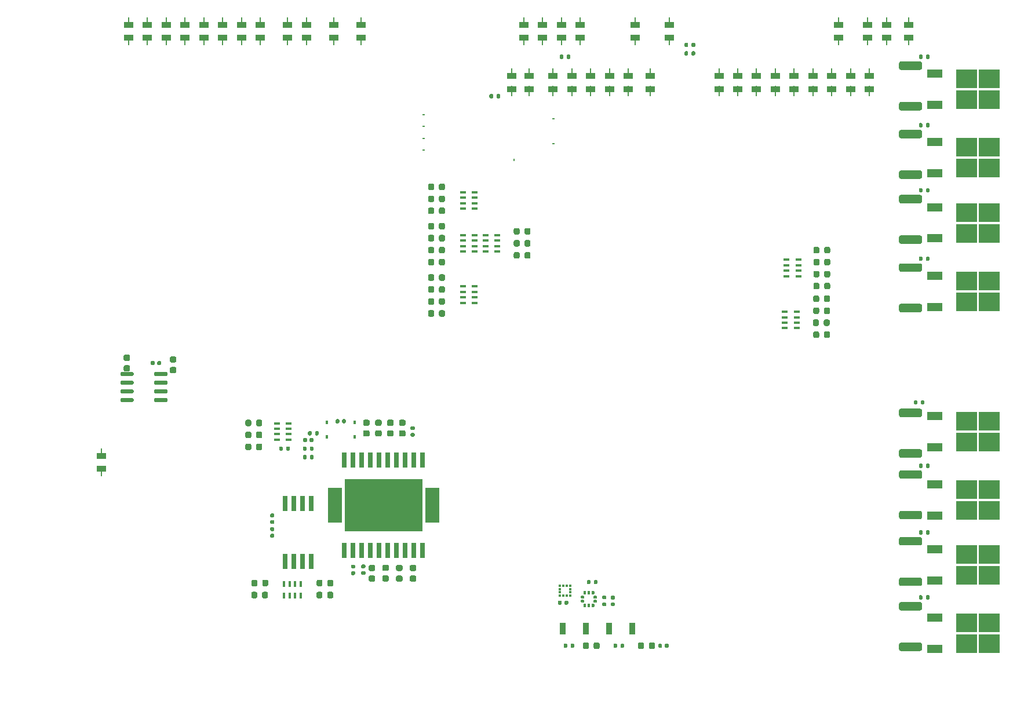
<source format=gtp>
G04 #@! TF.GenerationSoftware,KiCad,Pcbnew,(5.99.0-11247-g3f6811f413)*
G04 #@! TF.CreationDate,2021-08-14T15:35:59+03:00*
G04 #@! TF.ProjectId,hellen88bmw,68656c6c-656e-4383-9862-6d772e6b6963,rev?*
G04 #@! TF.SameCoordinates,PX3d1b110PY9269338*
G04 #@! TF.FileFunction,Paste,Top*
G04 #@! TF.FilePolarity,Positive*
%FSLAX46Y46*%
G04 Gerber Fmt 4.6, Leading zero omitted, Abs format (unit mm)*
G04 Created by KiCad (PCBNEW (5.99.0-11247-g3f6811f413)) date 2021-08-14 15:35:59*
%MOMM*%
%LPD*%
G01*
G04 APERTURE LIST*
%ADD10R,1.397000X0.889000*%
%ADD11R,0.203200X1.524000*%
%ADD12R,3.050000X2.750000*%
%ADD13R,2.200000X1.200000*%
%ADD14R,0.640000X2.160000*%
%ADD15R,0.900000X1.700000*%
%ADD16R,0.900000X0.400000*%
%ADD17R,0.800000X2.200000*%
%ADD18R,2.032000X5.080000*%
%ADD19R,11.430000X7.620000*%
%ADD20O,0.000001X0.000001*%
%ADD21R,0.350000X0.400000*%
%ADD22R,0.400000X0.350000*%
%ADD23O,0.500000X0.250000*%
%ADD24O,0.250000X0.500000*%
%ADD25R,0.400000X0.900000*%
%ADD26R,0.450000X0.600000*%
G04 APERTURE END LIST*
D10*
G04 #@! TO.C,JP1*
X21926000Y99475500D03*
D11*
X21926000Y99793000D03*
X21926000Y97253000D03*
D10*
X21926000Y97570500D03*
G04 #@! TD*
G04 #@! TO.C,JP3*
X30176000Y99475500D03*
D11*
X30176000Y99793000D03*
X30176000Y97253000D03*
D10*
X30176000Y97570500D03*
G04 #@! TD*
G04 #@! TO.C,JP4*
X35676000Y99475500D03*
D11*
X35676000Y99793000D03*
D10*
X35676000Y97570500D03*
D11*
X35676000Y97253000D03*
G04 #@! TD*
G04 #@! TO.C,JP5*
X45176000Y99793000D03*
D10*
X45176000Y99475500D03*
D11*
X45176000Y97253000D03*
D10*
X45176000Y97570500D03*
G04 #@! TD*
G04 #@! TO.C,JP7*
X51926000Y99475500D03*
D11*
X51926000Y99793000D03*
D10*
X51926000Y97570500D03*
D11*
X51926000Y97253000D03*
G04 #@! TD*
D10*
G04 #@! TO.C,JP14*
X79676000Y99475500D03*
D11*
X79676000Y99793000D03*
D10*
X79676000Y97570500D03*
D11*
X79676000Y97253000D03*
G04 #@! TD*
G04 #@! TO.C,JP16*
X85176000Y99793000D03*
D10*
X85176000Y99475500D03*
X85176000Y97570500D03*
D11*
X85176000Y97253000D03*
G04 #@! TD*
G04 #@! TO.C,JP17*
X87926000Y99793000D03*
D10*
X87926000Y99475500D03*
X87926000Y97570500D03*
D11*
X87926000Y97253000D03*
G04 #@! TD*
G04 #@! TO.C,JP20*
X94926000Y92293000D03*
D10*
X94926000Y91975500D03*
X94926000Y90070500D03*
D11*
X94926000Y89753000D03*
G04 #@! TD*
G04 #@! TO.C,JP21*
X98176000Y92293000D03*
D10*
X98176000Y91975500D03*
D11*
X98176000Y89753000D03*
D10*
X98176000Y90070500D03*
G04 #@! TD*
G04 #@! TO.C,JP22*
X110926000Y91975500D03*
D11*
X110926000Y92293000D03*
D10*
X110926000Y90070500D03*
D11*
X110926000Y89753000D03*
G04 #@! TD*
D10*
G04 #@! TO.C,JP23*
X116426000Y91975500D03*
D11*
X116426000Y92293000D03*
X116426000Y89753000D03*
D10*
X116426000Y90070500D03*
G04 #@! TD*
G04 #@! TO.C,JP24*
X121926000Y91975500D03*
D11*
X121926000Y92293000D03*
D10*
X121926000Y90070500D03*
D11*
X121926000Y89753000D03*
G04 #@! TD*
G04 #@! TO.C,JP25*
X125676000Y99793000D03*
D10*
X125676000Y99475500D03*
X125676000Y97570500D03*
D11*
X125676000Y97253000D03*
G04 #@! TD*
G04 #@! TO.C,JP26*
X129926000Y99793000D03*
D10*
X129926000Y99475500D03*
D11*
X129926000Y97253000D03*
D10*
X129926000Y97570500D03*
G04 #@! TD*
G04 #@! TO.C,JP27*
X135926000Y99475500D03*
D11*
X135926000Y99793000D03*
D10*
X135926000Y97570500D03*
D11*
X135926000Y97253000D03*
G04 #@! TD*
D10*
G04 #@! TO.C,JP29*
X24676000Y99475500D03*
D11*
X24676000Y99793000D03*
X24676000Y97253000D03*
D10*
X24676000Y97570500D03*
G04 #@! TD*
G04 #@! TO.C,JP31*
X32926000Y99475500D03*
D11*
X32926000Y99793000D03*
D10*
X32926000Y97570500D03*
D11*
X32926000Y97253000D03*
G04 #@! TD*
D10*
G04 #@! TO.C,JP32*
X41176000Y99475500D03*
D11*
X41176000Y99793000D03*
D10*
X41176000Y97570500D03*
D11*
X41176000Y97253000D03*
G04 #@! TD*
D10*
G04 #@! TO.C,JP33*
X47926000Y99475500D03*
D11*
X47926000Y99793000D03*
X47926000Y97253000D03*
D10*
X47926000Y97570500D03*
G04 #@! TD*
D11*
G04 #@! TO.C,JP35*
X55926000Y99793000D03*
D10*
X55926000Y99475500D03*
D11*
X55926000Y97253000D03*
D10*
X55926000Y97570500D03*
G04 #@! TD*
G04 #@! TO.C,JP41*
X77926000Y91975500D03*
D11*
X77926000Y92293000D03*
D10*
X77926000Y90070500D03*
D11*
X77926000Y89753000D03*
G04 #@! TD*
D10*
G04 #@! TO.C,JP42*
X80426000Y91975500D03*
D11*
X80426000Y92293000D03*
D10*
X80426000Y90070500D03*
D11*
X80426000Y89753000D03*
G04 #@! TD*
G04 #@! TO.C,JP43*
X82426000Y99793000D03*
D10*
X82426000Y99475500D03*
D11*
X82426000Y97253000D03*
D10*
X82426000Y97570500D03*
G04 #@! TD*
D11*
G04 #@! TO.C,JP44*
X86676000Y92293000D03*
D10*
X86676000Y91975500D03*
D11*
X86676000Y89753000D03*
D10*
X86676000Y90070500D03*
G04 #@! TD*
G04 #@! TO.C,JP46*
X89426000Y91975500D03*
D11*
X89426000Y92293000D03*
X89426000Y89753000D03*
D10*
X89426000Y90070500D03*
G04 #@! TD*
D11*
G04 #@! TO.C,JP47*
X92176000Y92293000D03*
D10*
X92176000Y91975500D03*
X92176000Y90070500D03*
D11*
X92176000Y89753000D03*
G04 #@! TD*
G04 #@! TO.C,JP50*
X113676000Y92293000D03*
D10*
X113676000Y91975500D03*
X113676000Y90070500D03*
D11*
X113676000Y89753000D03*
G04 #@! TD*
D10*
G04 #@! TO.C,JP51*
X119176000Y91975500D03*
D11*
X119176000Y92293000D03*
X119176000Y89753000D03*
D10*
X119176000Y90070500D03*
G04 #@! TD*
G04 #@! TO.C,JP52*
X124676000Y91975500D03*
D11*
X124676000Y92293000D03*
X124676000Y89753000D03*
D10*
X124676000Y90070500D03*
G04 #@! TD*
D11*
G04 #@! TO.C,JP54*
X132676000Y99793000D03*
D10*
X132676000Y99475500D03*
D11*
X132676000Y97253000D03*
D10*
X132676000Y97570500D03*
G04 #@! TD*
G04 #@! TO.C,JP56*
X27426000Y99475500D03*
D11*
X27426000Y99793000D03*
D10*
X27426000Y97570500D03*
D11*
X27426000Y97253000D03*
G04 #@! TD*
G04 #@! TO.C,JP73*
X83926000Y92293000D03*
D10*
X83926000Y91975500D03*
D11*
X83926000Y89753000D03*
D10*
X83926000Y90070500D03*
G04 #@! TD*
D11*
G04 #@! TO.C,JP77*
X95926000Y99793000D03*
D10*
X95926000Y99475500D03*
X95926000Y97570500D03*
D11*
X95926000Y97253000D03*
G04 #@! TD*
D10*
G04 #@! TO.C,JP78*
X100926000Y99475500D03*
D11*
X100926000Y99793000D03*
D10*
X100926000Y97570500D03*
D11*
X100926000Y97253000D03*
G04 #@! TD*
D10*
G04 #@! TO.C,JP85*
X130176000Y91975500D03*
D11*
X130176000Y92293000D03*
D10*
X130176000Y90070500D03*
D11*
X130176000Y89753000D03*
G04 #@! TD*
G04 #@! TO.C,JP86*
X127426000Y92293000D03*
D10*
X127426000Y91975500D03*
X127426000Y90070500D03*
D11*
X127426000Y89753000D03*
G04 #@! TD*
G04 #@! TO.C,JP59*
X38426000Y99793000D03*
D10*
X38426000Y99475500D03*
D11*
X38426000Y97253000D03*
D10*
X38426000Y97570500D03*
G04 #@! TD*
D11*
G04 #@! TO.C,JP49*
X108176000Y92293000D03*
D10*
X108176000Y91975500D03*
X108176000Y90070500D03*
D11*
X108176000Y89753000D03*
G04 #@! TD*
D12*
G04 #@! TO.C,Q1*
X144351000Y31548000D03*
X147701000Y31548000D03*
X147701000Y28498000D03*
X144351000Y28498000D03*
D13*
X139726000Y32303000D03*
X139726000Y27743000D03*
G04 #@! TD*
D12*
G04 #@! TO.C,Q6*
X144351000Y91548000D03*
X147701000Y88498000D03*
X144351000Y88498000D03*
X147701000Y91548000D03*
D13*
X139726000Y92303000D03*
X139726000Y87743000D03*
G04 #@! TD*
D12*
G04 #@! TO.C,Q2*
X147701000Y38498000D03*
X144351000Y41548000D03*
X144351000Y38498000D03*
X147701000Y41548000D03*
D13*
X139726000Y42303000D03*
X139726000Y37743000D03*
G04 #@! TD*
D12*
G04 #@! TO.C,Q5*
X147701000Y81548000D03*
X147701000Y78498000D03*
X144351000Y78498000D03*
X144351000Y81548000D03*
D13*
X139726000Y82303000D03*
X139726000Y77743000D03*
G04 #@! TD*
D12*
G04 #@! TO.C,Q3*
X147701000Y58998000D03*
X144351000Y58998000D03*
X147701000Y62048000D03*
X144351000Y62048000D03*
D13*
X139726000Y62803000D03*
X139726000Y58243000D03*
G04 #@! TD*
D12*
G04 #@! TO.C,Q4*
X147701000Y68998000D03*
X144351000Y68998000D03*
X147701000Y72048000D03*
X144351000Y72048000D03*
D13*
X139726000Y72803000D03*
X139726000Y68243000D03*
G04 #@! TD*
G04 #@! TO.C,C1*
G36*
G01*
X42756000Y26033000D02*
X43096000Y26033000D01*
G75*
G02*
X43236000Y25893000I0J-140000D01*
G01*
X43236000Y25613000D01*
G75*
G02*
X43096000Y25473000I-140000J0D01*
G01*
X42756000Y25473000D01*
G75*
G02*
X42616000Y25613000I0J140000D01*
G01*
X42616000Y25893000D01*
G75*
G02*
X42756000Y26033000I140000J0D01*
G01*
G37*
G36*
G01*
X42756000Y25073000D02*
X43096000Y25073000D01*
G75*
G02*
X43236000Y24933000I0J-140000D01*
G01*
X43236000Y24653000D01*
G75*
G02*
X43096000Y24513000I-140000J0D01*
G01*
X42756000Y24513000D01*
G75*
G02*
X42616000Y24653000I0J140000D01*
G01*
X42616000Y24933000D01*
G75*
G02*
X42756000Y25073000I140000J0D01*
G01*
G37*
G04 #@! TD*
G04 #@! TO.C,C2*
G36*
G01*
X43096000Y26513000D02*
X42756000Y26513000D01*
G75*
G02*
X42616000Y26653000I0J140000D01*
G01*
X42616000Y26933000D01*
G75*
G02*
X42756000Y27073000I140000J0D01*
G01*
X43096000Y27073000D01*
G75*
G02*
X43236000Y26933000I0J-140000D01*
G01*
X43236000Y26653000D01*
G75*
G02*
X43096000Y26513000I-140000J0D01*
G01*
G37*
G36*
G01*
X43096000Y27473000D02*
X42756000Y27473000D01*
G75*
G02*
X42616000Y27613000I0J140000D01*
G01*
X42616000Y27893000D01*
G75*
G02*
X42756000Y28033000I140000J0D01*
G01*
X43096000Y28033000D01*
G75*
G02*
X43236000Y27893000I0J-140000D01*
G01*
X43236000Y27613000D01*
G75*
G02*
X43096000Y27473000I-140000J0D01*
G01*
G37*
G04 #@! TD*
D14*
G04 #@! TO.C,U1*
X44771000Y21003000D03*
X46041000Y21003000D03*
X47311000Y21003000D03*
X48581000Y21003000D03*
X48581000Y29543000D03*
X47311000Y29543000D03*
X46041000Y29543000D03*
X44771000Y29543000D03*
G04 #@! TD*
G04 #@! TO.C,R1*
G36*
G01*
X92777250Y8531750D02*
X92777250Y8901750D01*
G75*
G02*
X92912250Y9036750I135000J0D01*
G01*
X93182250Y9036750D01*
G75*
G02*
X93317250Y8901750I0J-135000D01*
G01*
X93317250Y8531750D01*
G75*
G02*
X93182250Y8396750I-135000J0D01*
G01*
X92912250Y8396750D01*
G75*
G02*
X92777250Y8531750I0J135000D01*
G01*
G37*
G36*
G01*
X93797250Y8531750D02*
X93797250Y8901750D01*
G75*
G02*
X93932250Y9036750I135000J0D01*
G01*
X94202250Y9036750D01*
G75*
G02*
X94337250Y8901750I0J-135000D01*
G01*
X94337250Y8531750D01*
G75*
G02*
X94202250Y8396750I-135000J0D01*
G01*
X93932250Y8396750D01*
G75*
G02*
X93797250Y8531750I0J135000D01*
G01*
G37*
G04 #@! TD*
G04 #@! TO.C,D14*
G36*
G01*
X42338036Y18129714D02*
X42338036Y17617214D01*
G75*
G02*
X42119286Y17398464I-218750J0D01*
G01*
X41681786Y17398464D01*
G75*
G02*
X41463036Y17617214I0J218750D01*
G01*
X41463036Y18129714D01*
G75*
G02*
X41681786Y18348464I218750J0D01*
G01*
X42119286Y18348464D01*
G75*
G02*
X42338036Y18129714I0J-218750D01*
G01*
G37*
G36*
G01*
X40763036Y18129714D02*
X40763036Y17617214D01*
G75*
G02*
X40544286Y17398464I-218750J0D01*
G01*
X40106786Y17398464D01*
G75*
G02*
X39888036Y17617214I0J218750D01*
G01*
X39888036Y18129714D01*
G75*
G02*
X40106786Y18348464I218750J0D01*
G01*
X40544286Y18348464D01*
G75*
G02*
X40763036Y18129714I0J-218750D01*
G01*
G37*
G04 #@! TD*
G04 #@! TO.C,R10*
G36*
G01*
X137601000Y17448000D02*
X134751000Y17448000D01*
G75*
G02*
X134501000Y17698000I0J250000D01*
G01*
X134501000Y18423000D01*
G75*
G02*
X134751000Y18673000I250000J0D01*
G01*
X137601000Y18673000D01*
G75*
G02*
X137851000Y18423000I0J-250000D01*
G01*
X137851000Y17698000D01*
G75*
G02*
X137601000Y17448000I-250000J0D01*
G01*
G37*
G36*
G01*
X137601000Y23373000D02*
X134751000Y23373000D01*
G75*
G02*
X134501000Y23623000I0J250000D01*
G01*
X134501000Y24348000D01*
G75*
G02*
X134751000Y24598000I250000J0D01*
G01*
X137601000Y24598000D01*
G75*
G02*
X137851000Y24348000I0J-250000D01*
G01*
X137851000Y23623000D01*
G75*
G02*
X137601000Y23373000I-250000J0D01*
G01*
G37*
G04 #@! TD*
G04 #@! TO.C,D23*
G36*
G01*
X121988500Y66266750D02*
X121988500Y66779250D01*
G75*
G02*
X122207250Y66998000I218750J0D01*
G01*
X122644750Y66998000D01*
G75*
G02*
X122863500Y66779250I0J-218750D01*
G01*
X122863500Y66266750D01*
G75*
G02*
X122644750Y66048000I-218750J0D01*
G01*
X122207250Y66048000D01*
G75*
G02*
X121988500Y66266750I0J218750D01*
G01*
G37*
G36*
G01*
X123563500Y66266750D02*
X123563500Y66779250D01*
G75*
G02*
X123782250Y66998000I218750J0D01*
G01*
X124219750Y66998000D01*
G75*
G02*
X124438500Y66779250I0J-218750D01*
G01*
X124438500Y66266750D01*
G75*
G02*
X124219750Y66048000I-218750J0D01*
G01*
X123782250Y66048000D01*
G75*
G02*
X123563500Y66266750I0J218750D01*
G01*
G37*
G04 #@! TD*
G04 #@! TO.C,D25*
G36*
G01*
X68151000Y66779250D02*
X68151000Y66266750D01*
G75*
G02*
X67932250Y66048000I-218750J0D01*
G01*
X67494750Y66048000D01*
G75*
G02*
X67276000Y66266750I0J218750D01*
G01*
X67276000Y66779250D01*
G75*
G02*
X67494750Y66998000I218750J0D01*
G01*
X67932250Y66998000D01*
G75*
G02*
X68151000Y66779250I0J-218750D01*
G01*
G37*
G36*
G01*
X66576000Y66779250D02*
X66576000Y66266750D01*
G75*
G02*
X66357250Y66048000I-218750J0D01*
G01*
X65919750Y66048000D01*
G75*
G02*
X65701000Y66266750I0J218750D01*
G01*
X65701000Y66779250D01*
G75*
G02*
X65919750Y66998000I218750J0D01*
G01*
X66357250Y66998000D01*
G75*
G02*
X66576000Y66779250I0J-218750D01*
G01*
G37*
G04 #@! TD*
G04 #@! TO.C,R16*
G36*
G01*
X91611000Y14483000D02*
X91241000Y14483000D01*
G75*
G02*
X91106000Y14618000I0J135000D01*
G01*
X91106000Y14888000D01*
G75*
G02*
X91241000Y15023000I135000J0D01*
G01*
X91611000Y15023000D01*
G75*
G02*
X91746000Y14888000I0J-135000D01*
G01*
X91746000Y14618000D01*
G75*
G02*
X91611000Y14483000I-135000J0D01*
G01*
G37*
G36*
G01*
X91611000Y15503000D02*
X91241000Y15503000D01*
G75*
G02*
X91106000Y15638000I0J135000D01*
G01*
X91106000Y15908000D01*
G75*
G02*
X91241000Y16043000I135000J0D01*
G01*
X91611000Y16043000D01*
G75*
G02*
X91746000Y15908000I0J-135000D01*
G01*
X91746000Y15638000D01*
G75*
G02*
X91611000Y15503000I-135000J0D01*
G01*
G37*
G04 #@! TD*
G04 #@! TO.C,D8*
G36*
G01*
X78201000Y69016750D02*
X78201000Y69529250D01*
G75*
G02*
X78419750Y69748000I218750J0D01*
G01*
X78857250Y69748000D01*
G75*
G02*
X79076000Y69529250I0J-218750D01*
G01*
X79076000Y69016750D01*
G75*
G02*
X78857250Y68798000I-218750J0D01*
G01*
X78419750Y68798000D01*
G75*
G02*
X78201000Y69016750I0J218750D01*
G01*
G37*
G36*
G01*
X79776000Y69016750D02*
X79776000Y69529250D01*
G75*
G02*
X79994750Y69748000I218750J0D01*
G01*
X80432250Y69748000D01*
G75*
G02*
X80651000Y69529250I0J-218750D01*
G01*
X80651000Y69016750D01*
G75*
G02*
X80432250Y68798000I-218750J0D01*
G01*
X79994750Y68798000D01*
G75*
G02*
X79776000Y69016750I0J218750D01*
G01*
G37*
G04 #@! TD*
G04 #@! TO.C,D27*
G36*
G01*
X68151000Y59279250D02*
X68151000Y58766750D01*
G75*
G02*
X67932250Y58548000I-218750J0D01*
G01*
X67494750Y58548000D01*
G75*
G02*
X67276000Y58766750I0J218750D01*
G01*
X67276000Y59279250D01*
G75*
G02*
X67494750Y59498000I218750J0D01*
G01*
X67932250Y59498000D01*
G75*
G02*
X68151000Y59279250I0J-218750D01*
G01*
G37*
G36*
G01*
X66576000Y59279250D02*
X66576000Y58766750D01*
G75*
G02*
X66357250Y58548000I-218750J0D01*
G01*
X65919750Y58548000D01*
G75*
G02*
X65701000Y58766750I0J218750D01*
G01*
X65701000Y59279250D01*
G75*
G02*
X65919750Y59498000I218750J0D01*
G01*
X66357250Y59498000D01*
G75*
G02*
X66576000Y59279250I0J-218750D01*
G01*
G37*
G04 #@! TD*
G04 #@! TO.C,C13*
G36*
G01*
X61231000Y20528000D02*
X61731000Y20528000D01*
G75*
G02*
X61956000Y20303000I0J-225000D01*
G01*
X61956000Y19853000D01*
G75*
G02*
X61731000Y19628000I-225000J0D01*
G01*
X61231000Y19628000D01*
G75*
G02*
X61006000Y19853000I0J225000D01*
G01*
X61006000Y20303000D01*
G75*
G02*
X61231000Y20528000I225000J0D01*
G01*
G37*
G36*
G01*
X61231000Y18978000D02*
X61731000Y18978000D01*
G75*
G02*
X61956000Y18753000I0J-225000D01*
G01*
X61956000Y18303000D01*
G75*
G02*
X61731000Y18078000I-225000J0D01*
G01*
X61231000Y18078000D01*
G75*
G02*
X61006000Y18303000I0J225000D01*
G01*
X61006000Y18753000D01*
G75*
G02*
X61231000Y18978000I225000J0D01*
G01*
G37*
G04 #@! TD*
G04 #@! TO.C,D29*
G36*
G01*
X68151000Y65029250D02*
X68151000Y64516750D01*
G75*
G02*
X67932250Y64298000I-218750J0D01*
G01*
X67494750Y64298000D01*
G75*
G02*
X67276000Y64516750I0J218750D01*
G01*
X67276000Y65029250D01*
G75*
G02*
X67494750Y65248000I218750J0D01*
G01*
X67932250Y65248000D01*
G75*
G02*
X68151000Y65029250I0J-218750D01*
G01*
G37*
G36*
G01*
X66576000Y65029250D02*
X66576000Y64516750D01*
G75*
G02*
X66357250Y64298000I-218750J0D01*
G01*
X65919750Y64298000D01*
G75*
G02*
X65701000Y64516750I0J218750D01*
G01*
X65701000Y65029250D01*
G75*
G02*
X65919750Y65248000I218750J0D01*
G01*
X66357250Y65248000D01*
G75*
G02*
X66576000Y65029250I0J-218750D01*
G01*
G37*
G04 #@! TD*
D15*
G04 #@! TO.C,SW2*
X92107250Y11216750D03*
X95507250Y11216750D03*
G04 #@! TD*
G04 #@! TO.C,D1*
G36*
G01*
X90744750Y8973000D02*
X90744750Y8460500D01*
G75*
G02*
X90526000Y8241750I-218750J0D01*
G01*
X90088500Y8241750D01*
G75*
G02*
X89869750Y8460500I0J218750D01*
G01*
X89869750Y8973000D01*
G75*
G02*
X90088500Y9191750I218750J0D01*
G01*
X90526000Y9191750D01*
G75*
G02*
X90744750Y8973000I0J-218750D01*
G01*
G37*
G36*
G01*
X89169750Y8973000D02*
X89169750Y8460500D01*
G75*
G02*
X88951000Y8241750I-218750J0D01*
G01*
X88513500Y8241750D01*
G75*
G02*
X88294750Y8460500I0J218750D01*
G01*
X88294750Y8973000D01*
G75*
G02*
X88513500Y9191750I218750J0D01*
G01*
X88951000Y9191750D01*
G75*
G02*
X89169750Y8973000I0J-218750D01*
G01*
G37*
G04 #@! TD*
D16*
G04 #@! TO.C,RN7*
X72526000Y66323000D03*
X72526000Y67123000D03*
X72526000Y67923000D03*
X72526000Y68723000D03*
X70826000Y68723000D03*
X70826000Y67923000D03*
X70826000Y67123000D03*
X70826000Y66323000D03*
G04 #@! TD*
D17*
G04 #@! TO.C,U6*
X64891000Y35873000D03*
X63621000Y35873000D03*
X62351000Y35873000D03*
X61081000Y35873000D03*
X59811000Y35873000D03*
X58541000Y35873000D03*
X57271000Y35873000D03*
X56001000Y35873000D03*
X54731000Y35873000D03*
X53461000Y35873000D03*
X53461000Y22673000D03*
X54731000Y22673000D03*
X56001000Y22673000D03*
X57271000Y22673000D03*
X58541000Y22673000D03*
X59811000Y22673000D03*
X61081000Y22673000D03*
X62351000Y22673000D03*
X63621000Y22673000D03*
X64891000Y22673000D03*
D18*
X66288000Y29273000D03*
D19*
X59176000Y29273000D03*
D18*
X52064000Y29273000D03*
G04 #@! TD*
D12*
G04 #@! TO.C,Q7*
X147701000Y22048000D03*
X144351000Y22048000D03*
X147701000Y18998000D03*
X144351000Y18998000D03*
D13*
X139726000Y22803000D03*
X139726000Y18243000D03*
G04 #@! TD*
G04 #@! TO.C,D28*
G36*
G01*
X68151000Y68529250D02*
X68151000Y68016750D01*
G75*
G02*
X67932250Y67798000I-218750J0D01*
G01*
X67494750Y67798000D01*
G75*
G02*
X67276000Y68016750I0J218750D01*
G01*
X67276000Y68529250D01*
G75*
G02*
X67494750Y68748000I218750J0D01*
G01*
X67932250Y68748000D01*
G75*
G02*
X68151000Y68529250I0J-218750D01*
G01*
G37*
G36*
G01*
X66576000Y68529250D02*
X66576000Y68016750D01*
G75*
G02*
X66357250Y67798000I-218750J0D01*
G01*
X65919750Y67798000D01*
G75*
G02*
X65701000Y68016750I0J218750D01*
G01*
X65701000Y68529250D01*
G75*
G02*
X65919750Y68748000I218750J0D01*
G01*
X66357250Y68748000D01*
G75*
G02*
X66576000Y68529250I0J-218750D01*
G01*
G37*
G04 #@! TD*
G04 #@! TO.C,R9*
G36*
G01*
X137601000Y57448000D02*
X134751000Y57448000D01*
G75*
G02*
X134501000Y57698000I0J250000D01*
G01*
X134501000Y58423000D01*
G75*
G02*
X134751000Y58673000I250000J0D01*
G01*
X137601000Y58673000D01*
G75*
G02*
X137851000Y58423000I0J-250000D01*
G01*
X137851000Y57698000D01*
G75*
G02*
X137601000Y57448000I-250000J0D01*
G01*
G37*
G36*
G01*
X137601000Y63373000D02*
X134751000Y63373000D01*
G75*
G02*
X134501000Y63623000I0J250000D01*
G01*
X134501000Y64348000D01*
G75*
G02*
X134751000Y64598000I250000J0D01*
G01*
X137601000Y64598000D01*
G75*
G02*
X137851000Y64348000I0J-250000D01*
G01*
X137851000Y63623000D01*
G75*
G02*
X137601000Y63373000I-250000J0D01*
G01*
G37*
G04 #@! TD*
G04 #@! TO.C,D11*
G36*
G01*
X68151000Y76029250D02*
X68151000Y75516750D01*
G75*
G02*
X67932250Y75298000I-218750J0D01*
G01*
X67494750Y75298000D01*
G75*
G02*
X67276000Y75516750I0J218750D01*
G01*
X67276000Y76029250D01*
G75*
G02*
X67494750Y76248000I218750J0D01*
G01*
X67932250Y76248000D01*
G75*
G02*
X68151000Y76029250I0J-218750D01*
G01*
G37*
G36*
G01*
X66576000Y76029250D02*
X66576000Y75516750D01*
G75*
G02*
X66357250Y75298000I-218750J0D01*
G01*
X65919750Y75298000D01*
G75*
G02*
X65701000Y75516750I0J218750D01*
G01*
X65701000Y76029250D01*
G75*
G02*
X65919750Y76248000I218750J0D01*
G01*
X66357250Y76248000D01*
G75*
G02*
X66576000Y76029250I0J-218750D01*
G01*
G37*
G04 #@! TD*
G04 #@! TO.C,C21*
G36*
G01*
X56926000Y39298000D02*
X56426000Y39298000D01*
G75*
G02*
X56201000Y39523000I0J225000D01*
G01*
X56201000Y39973000D01*
G75*
G02*
X56426000Y40198000I225000J0D01*
G01*
X56926000Y40198000D01*
G75*
G02*
X57151000Y39973000I0J-225000D01*
G01*
X57151000Y39523000D01*
G75*
G02*
X56926000Y39298000I-225000J0D01*
G01*
G37*
G36*
G01*
X56926000Y40848000D02*
X56426000Y40848000D01*
G75*
G02*
X56201000Y41073000I0J225000D01*
G01*
X56201000Y41523000D01*
G75*
G02*
X56426000Y41748000I225000J0D01*
G01*
X56926000Y41748000D01*
G75*
G02*
X57151000Y41523000I0J-225000D01*
G01*
X57151000Y41073000D01*
G75*
G02*
X56926000Y40848000I-225000J0D01*
G01*
G37*
G04 #@! TD*
G04 #@! TO.C,D22*
G36*
G01*
X121988500Y62766750D02*
X121988500Y63279250D01*
G75*
G02*
X122207250Y63498000I218750J0D01*
G01*
X122644750Y63498000D01*
G75*
G02*
X122863500Y63279250I0J-218750D01*
G01*
X122863500Y62766750D01*
G75*
G02*
X122644750Y62548000I-218750J0D01*
G01*
X122207250Y62548000D01*
G75*
G02*
X121988500Y62766750I0J218750D01*
G01*
G37*
G36*
G01*
X123563500Y62766750D02*
X123563500Y63279250D01*
G75*
G02*
X123782250Y63498000I218750J0D01*
G01*
X124219750Y63498000D01*
G75*
G02*
X124438500Y63279250I0J-218750D01*
G01*
X124438500Y62766750D01*
G75*
G02*
X124219750Y62548000I-218750J0D01*
G01*
X123782250Y62548000D01*
G75*
G02*
X123563500Y62766750I0J218750D01*
G01*
G37*
G04 #@! TD*
G04 #@! TO.C,C17*
G36*
G01*
X60426000Y39298000D02*
X59926000Y39298000D01*
G75*
G02*
X59701000Y39523000I0J225000D01*
G01*
X59701000Y39973000D01*
G75*
G02*
X59926000Y40198000I225000J0D01*
G01*
X60426000Y40198000D01*
G75*
G02*
X60651000Y39973000I0J-225000D01*
G01*
X60651000Y39523000D01*
G75*
G02*
X60426000Y39298000I-225000J0D01*
G01*
G37*
G36*
G01*
X60426000Y40848000D02*
X59926000Y40848000D01*
G75*
G02*
X59701000Y41073000I0J225000D01*
G01*
X59701000Y41523000D01*
G75*
G02*
X59926000Y41748000I225000J0D01*
G01*
X60426000Y41748000D01*
G75*
G02*
X60651000Y41523000I0J-225000D01*
G01*
X60651000Y41073000D01*
G75*
G02*
X60426000Y40848000I-225000J0D01*
G01*
G37*
G04 #@! TD*
D16*
G04 #@! TO.C,RN4*
X72526000Y72573000D03*
X72526000Y73373000D03*
X72526000Y74173000D03*
X72526000Y74973000D03*
X70826000Y74973000D03*
X70826000Y74173000D03*
X70826000Y73373000D03*
X70826000Y72573000D03*
G04 #@! TD*
G04 #@! TO.C,C11*
G36*
G01*
X59231000Y20553000D02*
X59731000Y20553000D01*
G75*
G02*
X59956000Y20328000I0J-225000D01*
G01*
X59956000Y19878000D01*
G75*
G02*
X59731000Y19653000I-225000J0D01*
G01*
X59231000Y19653000D01*
G75*
G02*
X59006000Y19878000I0J225000D01*
G01*
X59006000Y20328000D01*
G75*
G02*
X59231000Y20553000I225000J0D01*
G01*
G37*
G36*
G01*
X59231000Y19003000D02*
X59731000Y19003000D01*
G75*
G02*
X59956000Y18778000I0J-225000D01*
G01*
X59956000Y18328000D01*
G75*
G02*
X59731000Y18103000I-225000J0D01*
G01*
X59231000Y18103000D01*
G75*
G02*
X59006000Y18328000I0J225000D01*
G01*
X59006000Y18778000D01*
G75*
G02*
X59231000Y19003000I225000J0D01*
G01*
G37*
G04 #@! TD*
G04 #@! TO.C,C15*
G36*
G01*
X53686000Y41693000D02*
X53686000Y41353000D01*
G75*
G02*
X53546000Y41213000I-140000J0D01*
G01*
X53266000Y41213000D01*
G75*
G02*
X53126000Y41353000I0J140000D01*
G01*
X53126000Y41693000D01*
G75*
G02*
X53266000Y41833000I140000J0D01*
G01*
X53546000Y41833000D01*
G75*
G02*
X53686000Y41693000I0J-140000D01*
G01*
G37*
G36*
G01*
X52726000Y41693000D02*
X52726000Y41353000D01*
G75*
G02*
X52586000Y41213000I-140000J0D01*
G01*
X52306000Y41213000D01*
G75*
G02*
X52166000Y41353000I0J140000D01*
G01*
X52166000Y41693000D01*
G75*
G02*
X52306000Y41833000I140000J0D01*
G01*
X52586000Y41833000D01*
G75*
G02*
X52726000Y41693000I0J-140000D01*
G01*
G37*
G04 #@! TD*
G04 #@! TO.C,R26*
G36*
G01*
X104706000Y95458000D02*
X104706000Y95088000D01*
G75*
G02*
X104571000Y94953000I-135000J0D01*
G01*
X104301000Y94953000D01*
G75*
G02*
X104166000Y95088000I0J135000D01*
G01*
X104166000Y95458000D01*
G75*
G02*
X104301000Y95593000I135000J0D01*
G01*
X104571000Y95593000D01*
G75*
G02*
X104706000Y95458000I0J-135000D01*
G01*
G37*
G36*
G01*
X103686000Y95458000D02*
X103686000Y95088000D01*
G75*
G02*
X103551000Y94953000I-135000J0D01*
G01*
X103281000Y94953000D01*
G75*
G02*
X103146000Y95088000I0J135000D01*
G01*
X103146000Y95458000D01*
G75*
G02*
X103281000Y95593000I135000J0D01*
G01*
X103551000Y95593000D01*
G75*
G02*
X103686000Y95458000I0J-135000D01*
G01*
G37*
G04 #@! TD*
G04 #@! TO.C,R14*
G36*
G01*
X134751000Y15098000D02*
X137601000Y15098000D01*
G75*
G02*
X137851000Y14848000I0J-250000D01*
G01*
X137851000Y14123000D01*
G75*
G02*
X137601000Y13873000I-250000J0D01*
G01*
X134751000Y13873000D01*
G75*
G02*
X134501000Y14123000I0J250000D01*
G01*
X134501000Y14848000D01*
G75*
G02*
X134751000Y15098000I250000J0D01*
G01*
G37*
G36*
G01*
X134751000Y9173000D02*
X137601000Y9173000D01*
G75*
G02*
X137851000Y8923000I0J-250000D01*
G01*
X137851000Y8198000D01*
G75*
G02*
X137601000Y7948000I-250000J0D01*
G01*
X134751000Y7948000D01*
G75*
G02*
X134501000Y8198000I0J250000D01*
G01*
X134501000Y8923000D01*
G75*
G02*
X134751000Y9173000I250000J0D01*
G01*
G37*
G04 #@! TD*
G04 #@! TO.C,D16*
G36*
G01*
X121951000Y53916750D02*
X121951000Y54429250D01*
G75*
G02*
X122169750Y54648000I218750J0D01*
G01*
X122607250Y54648000D01*
G75*
G02*
X122826000Y54429250I0J-218750D01*
G01*
X122826000Y53916750D01*
G75*
G02*
X122607250Y53698000I-218750J0D01*
G01*
X122169750Y53698000D01*
G75*
G02*
X121951000Y53916750I0J218750D01*
G01*
G37*
G36*
G01*
X123526000Y53916750D02*
X123526000Y54429250D01*
G75*
G02*
X123744750Y54648000I218750J0D01*
G01*
X124182250Y54648000D01*
G75*
G02*
X124401000Y54429250I0J-218750D01*
G01*
X124401000Y53916750D01*
G75*
G02*
X124182250Y53698000I-218750J0D01*
G01*
X123744750Y53698000D01*
G75*
G02*
X123526000Y53916750I0J218750D01*
G01*
G37*
G04 #@! TD*
G04 #@! TO.C,R4*
G36*
G01*
X74646000Y88838000D02*
X74646000Y89208000D01*
G75*
G02*
X74781000Y89343000I135000J0D01*
G01*
X75051000Y89343000D01*
G75*
G02*
X75186000Y89208000I0J-135000D01*
G01*
X75186000Y88838000D01*
G75*
G02*
X75051000Y88703000I-135000J0D01*
G01*
X74781000Y88703000D01*
G75*
G02*
X74646000Y88838000I0J135000D01*
G01*
G37*
G36*
G01*
X75666000Y88838000D02*
X75666000Y89208000D01*
G75*
G02*
X75801000Y89343000I135000J0D01*
G01*
X76071000Y89343000D01*
G75*
G02*
X76206000Y89208000I0J-135000D01*
G01*
X76206000Y88838000D01*
G75*
G02*
X76071000Y88703000I-135000J0D01*
G01*
X75801000Y88703000D01*
G75*
G02*
X75666000Y88838000I0J135000D01*
G01*
G37*
G04 #@! TD*
G04 #@! TO.C,R7*
G36*
G01*
X137601000Y27198000D02*
X134751000Y27198000D01*
G75*
G02*
X134501000Y27448000I0J250000D01*
G01*
X134501000Y28173000D01*
G75*
G02*
X134751000Y28423000I250000J0D01*
G01*
X137601000Y28423000D01*
G75*
G02*
X137851000Y28173000I0J-250000D01*
G01*
X137851000Y27448000D01*
G75*
G02*
X137601000Y27198000I-250000J0D01*
G01*
G37*
G36*
G01*
X137601000Y33123000D02*
X134751000Y33123000D01*
G75*
G02*
X134501000Y33373000I0J250000D01*
G01*
X134501000Y34098000D01*
G75*
G02*
X134751000Y34348000I250000J0D01*
G01*
X137601000Y34348000D01*
G75*
G02*
X137851000Y34098000I0J-250000D01*
G01*
X137851000Y33373000D01*
G75*
G02*
X137601000Y33123000I-250000J0D01*
G01*
G37*
G04 #@! TD*
G04 #@! TO.C,RN5*
X117826000Y57523000D03*
X117826000Y56723000D03*
X117826000Y55923000D03*
X117826000Y55123000D03*
X119526000Y55123000D03*
X119526000Y55923000D03*
X119526000Y56723000D03*
X119526000Y57523000D03*
G04 #@! TD*
G04 #@! TO.C,C19*
G36*
G01*
X58676000Y39298000D02*
X58176000Y39298000D01*
G75*
G02*
X57951000Y39523000I0J225000D01*
G01*
X57951000Y39973000D01*
G75*
G02*
X58176000Y40198000I225000J0D01*
G01*
X58676000Y40198000D01*
G75*
G02*
X58901000Y39973000I0J-225000D01*
G01*
X58901000Y39523000D01*
G75*
G02*
X58676000Y39298000I-225000J0D01*
G01*
G37*
G36*
G01*
X58676000Y40848000D02*
X58176000Y40848000D01*
G75*
G02*
X57951000Y41073000I0J225000D01*
G01*
X57951000Y41523000D01*
G75*
G02*
X58176000Y41748000I225000J0D01*
G01*
X58676000Y41748000D01*
G75*
G02*
X58901000Y41523000I0J-225000D01*
G01*
X58901000Y41073000D01*
G75*
G02*
X58676000Y40848000I-225000J0D01*
G01*
G37*
G04 #@! TD*
G04 #@! TO.C,R18*
G36*
G01*
X136646000Y44088000D02*
X136646000Y44458000D01*
G75*
G02*
X136781000Y44593000I135000J0D01*
G01*
X137051000Y44593000D01*
G75*
G02*
X137186000Y44458000I0J-135000D01*
G01*
X137186000Y44088000D01*
G75*
G02*
X137051000Y43953000I-135000J0D01*
G01*
X136781000Y43953000D01*
G75*
G02*
X136646000Y44088000I0J135000D01*
G01*
G37*
G36*
G01*
X137666000Y44088000D02*
X137666000Y44458000D01*
G75*
G02*
X137801000Y44593000I135000J0D01*
G01*
X138071000Y44593000D01*
G75*
G02*
X138206000Y44458000I0J-135000D01*
G01*
X138206000Y44088000D01*
G75*
G02*
X138071000Y43953000I-135000J0D01*
G01*
X137801000Y43953000D01*
G75*
G02*
X137666000Y44088000I0J135000D01*
G01*
G37*
G04 #@! TD*
G04 #@! TO.C,R5*
G36*
G01*
X84906000Y94588000D02*
X84906000Y94958000D01*
G75*
G02*
X85041000Y95093000I135000J0D01*
G01*
X85311000Y95093000D01*
G75*
G02*
X85446000Y94958000I0J-135000D01*
G01*
X85446000Y94588000D01*
G75*
G02*
X85311000Y94453000I-135000J0D01*
G01*
X85041000Y94453000D01*
G75*
G02*
X84906000Y94588000I0J135000D01*
G01*
G37*
G36*
G01*
X85926000Y94588000D02*
X85926000Y94958000D01*
G75*
G02*
X86061000Y95093000I135000J0D01*
G01*
X86331000Y95093000D01*
G75*
G02*
X86466000Y94958000I0J-135000D01*
G01*
X86466000Y94588000D01*
G75*
G02*
X86331000Y94453000I-135000J0D01*
G01*
X86061000Y94453000D01*
G75*
G02*
X85926000Y94588000I0J135000D01*
G01*
G37*
G04 #@! TD*
G04 #@! TO.C,R12*
G36*
G01*
X134751000Y84098000D02*
X137601000Y84098000D01*
G75*
G02*
X137851000Y83848000I0J-250000D01*
G01*
X137851000Y83123000D01*
G75*
G02*
X137601000Y82873000I-250000J0D01*
G01*
X134751000Y82873000D01*
G75*
G02*
X134501000Y83123000I0J250000D01*
G01*
X134501000Y83848000D01*
G75*
G02*
X134751000Y84098000I250000J0D01*
G01*
G37*
G36*
G01*
X134751000Y78173000D02*
X137601000Y78173000D01*
G75*
G02*
X137851000Y77923000I0J-250000D01*
G01*
X137851000Y77198000D01*
G75*
G02*
X137601000Y76948000I-250000J0D01*
G01*
X134751000Y76948000D01*
G75*
G02*
X134501000Y77198000I0J250000D01*
G01*
X134501000Y77923000D01*
G75*
G02*
X134751000Y78173000I250000J0D01*
G01*
G37*
G04 #@! TD*
G04 #@! TO.C,RN6*
X118076000Y65123000D03*
X118076000Y64323000D03*
X118076000Y63523000D03*
X118076000Y62723000D03*
X119776000Y62723000D03*
X119776000Y63523000D03*
X119776000Y64323000D03*
X119776000Y65123000D03*
G04 #@! TD*
G04 #@! TO.C,D3*
G36*
G01*
X78201000Y67266750D02*
X78201000Y67779250D01*
G75*
G02*
X78419750Y67998000I218750J0D01*
G01*
X78857250Y67998000D01*
G75*
G02*
X79076000Y67779250I0J-218750D01*
G01*
X79076000Y67266750D01*
G75*
G02*
X78857250Y67048000I-218750J0D01*
G01*
X78419750Y67048000D01*
G75*
G02*
X78201000Y67266750I0J218750D01*
G01*
G37*
G36*
G01*
X79776000Y67266750D02*
X79776000Y67779250D01*
G75*
G02*
X79994750Y67998000I218750J0D01*
G01*
X80432250Y67998000D01*
G75*
G02*
X80651000Y67779250I0J-218750D01*
G01*
X80651000Y67266750D01*
G75*
G02*
X80432250Y67048000I-218750J0D01*
G01*
X79994750Y67048000D01*
G75*
G02*
X79776000Y67266750I0J218750D01*
G01*
G37*
G04 #@! TD*
G04 #@! TO.C,C12*
G36*
G01*
X47436000Y38603000D02*
X47436000Y38943000D01*
G75*
G02*
X47576000Y39083000I140000J0D01*
G01*
X47856000Y39083000D01*
G75*
G02*
X47996000Y38943000I0J-140000D01*
G01*
X47996000Y38603000D01*
G75*
G02*
X47856000Y38463000I-140000J0D01*
G01*
X47576000Y38463000D01*
G75*
G02*
X47436000Y38603000I0J140000D01*
G01*
G37*
G36*
G01*
X48396000Y38603000D02*
X48396000Y38943000D01*
G75*
G02*
X48536000Y39083000I140000J0D01*
G01*
X48816000Y39083000D01*
G75*
G02*
X48956000Y38943000I0J-140000D01*
G01*
X48956000Y38603000D01*
G75*
G02*
X48816000Y38463000I-140000J0D01*
G01*
X48536000Y38463000D01*
G75*
G02*
X48396000Y38603000I0J140000D01*
G01*
G37*
G04 #@! TD*
G04 #@! TO.C,C8*
G36*
G01*
X28676000Y48548000D02*
X28176000Y48548000D01*
G75*
G02*
X27951000Y48773000I0J225000D01*
G01*
X27951000Y49223000D01*
G75*
G02*
X28176000Y49448000I225000J0D01*
G01*
X28676000Y49448000D01*
G75*
G02*
X28901000Y49223000I0J-225000D01*
G01*
X28901000Y48773000D01*
G75*
G02*
X28676000Y48548000I-225000J0D01*
G01*
G37*
G36*
G01*
X28676000Y50098000D02*
X28176000Y50098000D01*
G75*
G02*
X27951000Y50323000I0J225000D01*
G01*
X27951000Y50773000D01*
G75*
G02*
X28176000Y50998000I225000J0D01*
G01*
X28676000Y50998000D01*
G75*
G02*
X28901000Y50773000I0J-225000D01*
G01*
X28901000Y50323000D01*
G75*
G02*
X28676000Y50098000I-225000J0D01*
G01*
G37*
G04 #@! TD*
G04 #@! TO.C,D18*
G36*
G01*
X121988500Y61016750D02*
X121988500Y61529250D01*
G75*
G02*
X122207250Y61748000I218750J0D01*
G01*
X122644750Y61748000D01*
G75*
G02*
X122863500Y61529250I0J-218750D01*
G01*
X122863500Y61016750D01*
G75*
G02*
X122644750Y60798000I-218750J0D01*
G01*
X122207250Y60798000D01*
G75*
G02*
X121988500Y61016750I0J218750D01*
G01*
G37*
G36*
G01*
X123563500Y61016750D02*
X123563500Y61529250D01*
G75*
G02*
X123782250Y61748000I218750J0D01*
G01*
X124219750Y61748000D01*
G75*
G02*
X124438500Y61529250I0J-218750D01*
G01*
X124438500Y61016750D01*
G75*
G02*
X124219750Y60798000I-218750J0D01*
G01*
X123782250Y60798000D01*
G75*
G02*
X123563500Y61016750I0J218750D01*
G01*
G37*
G04 #@! TD*
G04 #@! TO.C,R2*
G36*
G01*
X85489750Y8531750D02*
X85489750Y8901750D01*
G75*
G02*
X85624750Y9036750I135000J0D01*
G01*
X85894750Y9036750D01*
G75*
G02*
X86029750Y8901750I0J-135000D01*
G01*
X86029750Y8531750D01*
G75*
G02*
X85894750Y8396750I-135000J0D01*
G01*
X85624750Y8396750D01*
G75*
G02*
X85489750Y8531750I0J135000D01*
G01*
G37*
G36*
G01*
X86509750Y8531750D02*
X86509750Y8901750D01*
G75*
G02*
X86644750Y9036750I135000J0D01*
G01*
X86914750Y9036750D01*
G75*
G02*
X87049750Y8901750I0J-135000D01*
G01*
X87049750Y8531750D01*
G75*
G02*
X86914750Y8396750I-135000J0D01*
G01*
X86644750Y8396750D01*
G75*
G02*
X86509750Y8531750I0J135000D01*
G01*
G37*
G04 #@! TD*
D12*
G04 #@! TO.C,Q8*
X144351000Y8998000D03*
X144351000Y12048000D03*
X147701000Y8998000D03*
X147701000Y12048000D03*
D13*
X139726000Y12803000D03*
X139726000Y8243000D03*
G04 #@! TD*
G04 #@! TO.C,D15*
G36*
G01*
X68151000Y74279250D02*
X68151000Y73766750D01*
G75*
G02*
X67932250Y73548000I-218750J0D01*
G01*
X67494750Y73548000D01*
G75*
G02*
X67276000Y73766750I0J218750D01*
G01*
X67276000Y74279250D01*
G75*
G02*
X67494750Y74498000I218750J0D01*
G01*
X67932250Y74498000D01*
G75*
G02*
X68151000Y74279250I0J-218750D01*
G01*
G37*
G36*
G01*
X66576000Y74279250D02*
X66576000Y73766750D01*
G75*
G02*
X66357250Y73548000I-218750J0D01*
G01*
X65919750Y73548000D01*
G75*
G02*
X65701000Y73766750I0J218750D01*
G01*
X65701000Y74279250D01*
G75*
G02*
X65919750Y74498000I218750J0D01*
G01*
X66357250Y74498000D01*
G75*
G02*
X66576000Y74279250I0J-218750D01*
G01*
G37*
G04 #@! TD*
G04 #@! TO.C,D20*
G36*
G01*
X121913500Y55666750D02*
X121913500Y56179250D01*
G75*
G02*
X122132250Y56398000I218750J0D01*
G01*
X122569750Y56398000D01*
G75*
G02*
X122788500Y56179250I0J-218750D01*
G01*
X122788500Y55666750D01*
G75*
G02*
X122569750Y55448000I-218750J0D01*
G01*
X122132250Y55448000D01*
G75*
G02*
X121913500Y55666750I0J218750D01*
G01*
G37*
G36*
G01*
X123488500Y55666750D02*
X123488500Y56179250D01*
G75*
G02*
X123707250Y56398000I218750J0D01*
G01*
X124144750Y56398000D01*
G75*
G02*
X124363500Y56179250I0J-218750D01*
G01*
X124363500Y55666750D01*
G75*
G02*
X124144750Y55448000I-218750J0D01*
G01*
X123707250Y55448000D01*
G75*
G02*
X123488500Y55666750I0J218750D01*
G01*
G37*
G04 #@! TD*
D16*
G04 #@! TO.C,RN8*
X72526000Y58823000D03*
X72526000Y59623000D03*
X72526000Y60423000D03*
X72526000Y61223000D03*
X70826000Y61223000D03*
X70826000Y60423000D03*
X70826000Y59623000D03*
X70826000Y58823000D03*
G04 #@! TD*
G04 #@! TO.C,R24*
G36*
G01*
X138956000Y15958000D02*
X138956000Y15588000D01*
G75*
G02*
X138821000Y15453000I-135000J0D01*
G01*
X138551000Y15453000D01*
G75*
G02*
X138416000Y15588000I0J135000D01*
G01*
X138416000Y15958000D01*
G75*
G02*
X138551000Y16093000I135000J0D01*
G01*
X138821000Y16093000D01*
G75*
G02*
X138956000Y15958000I0J-135000D01*
G01*
G37*
G36*
G01*
X137936000Y15958000D02*
X137936000Y15588000D01*
G75*
G02*
X137801000Y15453000I-135000J0D01*
G01*
X137531000Y15453000D01*
G75*
G02*
X137396000Y15588000I0J135000D01*
G01*
X137396000Y15958000D01*
G75*
G02*
X137531000Y16093000I135000J0D01*
G01*
X137801000Y16093000D01*
G75*
G02*
X137936000Y15958000I0J-135000D01*
G01*
G37*
G04 #@! TD*
G04 #@! TO.C,R23*
G36*
G01*
X138966000Y75458000D02*
X138966000Y75088000D01*
G75*
G02*
X138831000Y74953000I-135000J0D01*
G01*
X138561000Y74953000D01*
G75*
G02*
X138426000Y75088000I0J135000D01*
G01*
X138426000Y75458000D01*
G75*
G02*
X138561000Y75593000I135000J0D01*
G01*
X138831000Y75593000D01*
G75*
G02*
X138966000Y75458000I0J-135000D01*
G01*
G37*
G36*
G01*
X137946000Y75458000D02*
X137946000Y75088000D01*
G75*
G02*
X137811000Y74953000I-135000J0D01*
G01*
X137541000Y74953000D01*
G75*
G02*
X137406000Y75088000I0J135000D01*
G01*
X137406000Y75458000D01*
G75*
G02*
X137541000Y75593000I135000J0D01*
G01*
X137811000Y75593000D01*
G75*
G02*
X137946000Y75458000I0J-135000D01*
G01*
G37*
G04 #@! TD*
G04 #@! TO.C,U5*
G36*
G01*
X20726000Y48278000D02*
X20726000Y48578000D01*
G75*
G02*
X20876000Y48728000I150000J0D01*
G01*
X22526000Y48728000D01*
G75*
G02*
X22676000Y48578000I0J-150000D01*
G01*
X22676000Y48278000D01*
G75*
G02*
X22526000Y48128000I-150000J0D01*
G01*
X20876000Y48128000D01*
G75*
G02*
X20726000Y48278000I0J150000D01*
G01*
G37*
G36*
G01*
X20726000Y47008000D02*
X20726000Y47308000D01*
G75*
G02*
X20876000Y47458000I150000J0D01*
G01*
X22526000Y47458000D01*
G75*
G02*
X22676000Y47308000I0J-150000D01*
G01*
X22676000Y47008000D01*
G75*
G02*
X22526000Y46858000I-150000J0D01*
G01*
X20876000Y46858000D01*
G75*
G02*
X20726000Y47008000I0J150000D01*
G01*
G37*
G36*
G01*
X20726000Y45738000D02*
X20726000Y46038000D01*
G75*
G02*
X20876000Y46188000I150000J0D01*
G01*
X22526000Y46188000D01*
G75*
G02*
X22676000Y46038000I0J-150000D01*
G01*
X22676000Y45738000D01*
G75*
G02*
X22526000Y45588000I-150000J0D01*
G01*
X20876000Y45588000D01*
G75*
G02*
X20726000Y45738000I0J150000D01*
G01*
G37*
G36*
G01*
X20726000Y44468000D02*
X20726000Y44768000D01*
G75*
G02*
X20876000Y44918000I150000J0D01*
G01*
X22526000Y44918000D01*
G75*
G02*
X22676000Y44768000I0J-150000D01*
G01*
X22676000Y44468000D01*
G75*
G02*
X22526000Y44318000I-150000J0D01*
G01*
X20876000Y44318000D01*
G75*
G02*
X20726000Y44468000I0J150000D01*
G01*
G37*
G36*
G01*
X25676000Y44468000D02*
X25676000Y44768000D01*
G75*
G02*
X25826000Y44918000I150000J0D01*
G01*
X27476000Y44918000D01*
G75*
G02*
X27626000Y44768000I0J-150000D01*
G01*
X27626000Y44468000D01*
G75*
G02*
X27476000Y44318000I-150000J0D01*
G01*
X25826000Y44318000D01*
G75*
G02*
X25676000Y44468000I0J150000D01*
G01*
G37*
G36*
G01*
X25676000Y45738000D02*
X25676000Y46038000D01*
G75*
G02*
X25826000Y46188000I150000J0D01*
G01*
X27476000Y46188000D01*
G75*
G02*
X27626000Y46038000I0J-150000D01*
G01*
X27626000Y45738000D01*
G75*
G02*
X27476000Y45588000I-150000J0D01*
G01*
X25826000Y45588000D01*
G75*
G02*
X25676000Y45738000I0J150000D01*
G01*
G37*
G36*
G01*
X25676000Y47008000D02*
X25676000Y47308000D01*
G75*
G02*
X25826000Y47458000I150000J0D01*
G01*
X27476000Y47458000D01*
G75*
G02*
X27626000Y47308000I0J-150000D01*
G01*
X27626000Y47008000D01*
G75*
G02*
X27476000Y46858000I-150000J0D01*
G01*
X25826000Y46858000D01*
G75*
G02*
X25676000Y47008000I0J150000D01*
G01*
G37*
G36*
G01*
X25676000Y48278000D02*
X25676000Y48578000D01*
G75*
G02*
X25826000Y48728000I150000J0D01*
G01*
X27476000Y48728000D01*
G75*
G02*
X27626000Y48578000I0J-150000D01*
G01*
X27626000Y48278000D01*
G75*
G02*
X27476000Y48128000I-150000J0D01*
G01*
X25826000Y48128000D01*
G75*
G02*
X25676000Y48278000I0J150000D01*
G01*
G37*
G04 #@! TD*
G04 #@! TO.C,R25*
G36*
G01*
X104706000Y96708000D02*
X104706000Y96338000D01*
G75*
G02*
X104571000Y96203000I-135000J0D01*
G01*
X104301000Y96203000D01*
G75*
G02*
X104166000Y96338000I0J135000D01*
G01*
X104166000Y96708000D01*
G75*
G02*
X104301000Y96843000I135000J0D01*
G01*
X104571000Y96843000D01*
G75*
G02*
X104706000Y96708000I0J-135000D01*
G01*
G37*
G36*
G01*
X103686000Y96708000D02*
X103686000Y96338000D01*
G75*
G02*
X103551000Y96203000I-135000J0D01*
G01*
X103281000Y96203000D01*
G75*
G02*
X103146000Y96338000I0J135000D01*
G01*
X103146000Y96708000D01*
G75*
G02*
X103281000Y96843000I135000J0D01*
G01*
X103551000Y96843000D01*
G75*
G02*
X103686000Y96708000I0J-135000D01*
G01*
G37*
G04 #@! TD*
D20*
G04 #@! TO.C,M4*
X127125996Y19747997D03*
G04 #@! TD*
G04 #@! TO.C,R8*
G36*
G01*
X137601000Y36198000D02*
X134751000Y36198000D01*
G75*
G02*
X134501000Y36448000I0J250000D01*
G01*
X134501000Y37173000D01*
G75*
G02*
X134751000Y37423000I250000J0D01*
G01*
X137601000Y37423000D01*
G75*
G02*
X137851000Y37173000I0J-250000D01*
G01*
X137851000Y36448000D01*
G75*
G02*
X137601000Y36198000I-250000J0D01*
G01*
G37*
G36*
G01*
X137601000Y42123000D02*
X134751000Y42123000D01*
G75*
G02*
X134501000Y42373000I0J250000D01*
G01*
X134501000Y43098000D01*
G75*
G02*
X134751000Y43348000I250000J0D01*
G01*
X137601000Y43348000D01*
G75*
G02*
X137851000Y43098000I0J-250000D01*
G01*
X137851000Y42373000D01*
G75*
G02*
X137601000Y42123000I-250000J0D01*
G01*
G37*
G04 #@! TD*
G04 #@! TO.C,D21*
G36*
G01*
X121951000Y59166750D02*
X121951000Y59679250D01*
G75*
G02*
X122169750Y59898000I218750J0D01*
G01*
X122607250Y59898000D01*
G75*
G02*
X122826000Y59679250I0J-218750D01*
G01*
X122826000Y59166750D01*
G75*
G02*
X122607250Y58948000I-218750J0D01*
G01*
X122169750Y58948000D01*
G75*
G02*
X121951000Y59166750I0J218750D01*
G01*
G37*
G36*
G01*
X123526000Y59166750D02*
X123526000Y59679250D01*
G75*
G02*
X123744750Y59898000I218750J0D01*
G01*
X124182250Y59898000D01*
G75*
G02*
X124401000Y59679250I0J-218750D01*
G01*
X124401000Y59166750D01*
G75*
G02*
X124182250Y58948000I-218750J0D01*
G01*
X123744750Y58948000D01*
G75*
G02*
X123526000Y59166750I0J218750D01*
G01*
G37*
G04 #@! TD*
G04 #@! TO.C,R13*
G36*
G01*
X134751000Y74598000D02*
X137601000Y74598000D01*
G75*
G02*
X137851000Y74348000I0J-250000D01*
G01*
X137851000Y73623000D01*
G75*
G02*
X137601000Y73373000I-250000J0D01*
G01*
X134751000Y73373000D01*
G75*
G02*
X134501000Y73623000I0J250000D01*
G01*
X134501000Y74348000D01*
G75*
G02*
X134751000Y74598000I250000J0D01*
G01*
G37*
G36*
G01*
X134751000Y68673000D02*
X137601000Y68673000D01*
G75*
G02*
X137851000Y68423000I0J-250000D01*
G01*
X137851000Y67698000D01*
G75*
G02*
X137601000Y67448000I-250000J0D01*
G01*
X134751000Y67448000D01*
G75*
G02*
X134501000Y67698000I0J250000D01*
G01*
X134501000Y68423000D01*
G75*
G02*
X134751000Y68673000I250000J0D01*
G01*
G37*
G04 #@! TD*
D21*
G04 #@! TO.C,U3*
X86426000Y17523000D03*
X85926000Y17523000D03*
X85426000Y17523000D03*
X84926000Y17523000D03*
D22*
X84916000Y17013000D03*
X84916000Y16513000D03*
D21*
X84926000Y16003000D03*
X85426000Y16003000D03*
X85926000Y16003000D03*
X86426000Y16003000D03*
D22*
X86436000Y16513000D03*
X86436000Y17013000D03*
G04 #@! TD*
G04 #@! TO.C,R3*
G36*
G01*
X43933500Y37338000D02*
X43933500Y37708000D01*
G75*
G02*
X44068500Y37843000I135000J0D01*
G01*
X44338500Y37843000D01*
G75*
G02*
X44473500Y37708000I0J-135000D01*
G01*
X44473500Y37338000D01*
G75*
G02*
X44338500Y37203000I-135000J0D01*
G01*
X44068500Y37203000D01*
G75*
G02*
X43933500Y37338000I0J135000D01*
G01*
G37*
G36*
G01*
X44953500Y37338000D02*
X44953500Y37708000D01*
G75*
G02*
X45088500Y37843000I135000J0D01*
G01*
X45358500Y37843000D01*
G75*
G02*
X45493500Y37708000I0J-135000D01*
G01*
X45493500Y37338000D01*
G75*
G02*
X45358500Y37203000I-135000J0D01*
G01*
X45088500Y37203000D01*
G75*
G02*
X44953500Y37338000I0J135000D01*
G01*
G37*
G04 #@! TD*
G04 #@! TO.C,R21*
G36*
G01*
X138956000Y94958000D02*
X138956000Y94588000D01*
G75*
G02*
X138821000Y94453000I-135000J0D01*
G01*
X138551000Y94453000D01*
G75*
G02*
X138416000Y94588000I0J135000D01*
G01*
X138416000Y94958000D01*
G75*
G02*
X138551000Y95093000I135000J0D01*
G01*
X138821000Y95093000D01*
G75*
G02*
X138956000Y94958000I0J-135000D01*
G01*
G37*
G36*
G01*
X137936000Y94958000D02*
X137936000Y94588000D01*
G75*
G02*
X137801000Y94453000I-135000J0D01*
G01*
X137531000Y94453000D01*
G75*
G02*
X137396000Y94588000I0J135000D01*
G01*
X137396000Y94958000D01*
G75*
G02*
X137531000Y95093000I135000J0D01*
G01*
X137801000Y95093000D01*
G75*
G02*
X137936000Y94958000I0J-135000D01*
G01*
G37*
G04 #@! TD*
G04 #@! TO.C,C6*
G36*
G01*
X26686000Y50193000D02*
X26686000Y49853000D01*
G75*
G02*
X26546000Y49713000I-140000J0D01*
G01*
X26266000Y49713000D01*
G75*
G02*
X26126000Y49853000I0J140000D01*
G01*
X26126000Y50193000D01*
G75*
G02*
X26266000Y50333000I140000J0D01*
G01*
X26546000Y50333000D01*
G75*
G02*
X26686000Y50193000I0J-140000D01*
G01*
G37*
G36*
G01*
X25726000Y50193000D02*
X25726000Y49853000D01*
G75*
G02*
X25586000Y49713000I-140000J0D01*
G01*
X25306000Y49713000D01*
G75*
G02*
X25166000Y49853000I0J140000D01*
G01*
X25166000Y50193000D01*
G75*
G02*
X25306000Y50333000I140000J0D01*
G01*
X25586000Y50333000D01*
G75*
G02*
X25726000Y50193000I0J-140000D01*
G01*
G37*
G04 #@! TD*
G04 #@! TO.C,R15*
G36*
G01*
X90446000Y18208000D02*
X90446000Y17838000D01*
G75*
G02*
X90311000Y17703000I-135000J0D01*
G01*
X90041000Y17703000D01*
G75*
G02*
X89906000Y17838000I0J135000D01*
G01*
X89906000Y18208000D01*
G75*
G02*
X90041000Y18343000I135000J0D01*
G01*
X90311000Y18343000D01*
G75*
G02*
X90446000Y18208000I0J-135000D01*
G01*
G37*
G36*
G01*
X89426000Y18208000D02*
X89426000Y17838000D01*
G75*
G02*
X89291000Y17703000I-135000J0D01*
G01*
X89021000Y17703000D01*
G75*
G02*
X88886000Y17838000I0J135000D01*
G01*
X88886000Y18208000D01*
G75*
G02*
X89021000Y18343000I135000J0D01*
G01*
X89291000Y18343000D01*
G75*
G02*
X89426000Y18208000I0J-135000D01*
G01*
G37*
G04 #@! TD*
G04 #@! TO.C,D24*
G36*
G01*
X68151000Y70279250D02*
X68151000Y69766750D01*
G75*
G02*
X67932250Y69548000I-218750J0D01*
G01*
X67494750Y69548000D01*
G75*
G02*
X67276000Y69766750I0J218750D01*
G01*
X67276000Y70279250D01*
G75*
G02*
X67494750Y70498000I218750J0D01*
G01*
X67932250Y70498000D01*
G75*
G02*
X68151000Y70279250I0J-218750D01*
G01*
G37*
G36*
G01*
X66576000Y70279250D02*
X66576000Y69766750D01*
G75*
G02*
X66357250Y69548000I-218750J0D01*
G01*
X65919750Y69548000D01*
G75*
G02*
X65701000Y69766750I0J218750D01*
G01*
X65701000Y70279250D01*
G75*
G02*
X65919750Y70498000I218750J0D01*
G01*
X66357250Y70498000D01*
G75*
G02*
X66576000Y70279250I0J-218750D01*
G01*
G37*
G04 #@! TD*
D23*
G04 #@! TO.C,M6*
X65051002Y81151414D03*
X65051002Y82876416D03*
X65051002Y84601416D03*
X65051002Y86301414D03*
D24*
X78251001Y79676414D03*
D23*
X84006875Y85697812D03*
X84001003Y82076414D03*
G04 #@! TD*
G04 #@! TO.C,C7*
G36*
G01*
X21926000Y48798000D02*
X21426000Y48798000D01*
G75*
G02*
X21201000Y49023000I0J225000D01*
G01*
X21201000Y49473000D01*
G75*
G02*
X21426000Y49698000I225000J0D01*
G01*
X21926000Y49698000D01*
G75*
G02*
X22151000Y49473000I0J-225000D01*
G01*
X22151000Y49023000D01*
G75*
G02*
X21926000Y48798000I-225000J0D01*
G01*
G37*
G36*
G01*
X21926000Y50348000D02*
X21426000Y50348000D01*
G75*
G02*
X21201000Y50573000I0J225000D01*
G01*
X21201000Y51023000D01*
G75*
G02*
X21426000Y51248000I225000J0D01*
G01*
X21926000Y51248000D01*
G75*
G02*
X22151000Y51023000I0J-225000D01*
G01*
X22151000Y50573000D01*
G75*
G02*
X21926000Y50348000I-225000J0D01*
G01*
G37*
G04 #@! TD*
G04 #@! TO.C,D2*
G36*
G01*
X98819750Y8973000D02*
X98819750Y8460500D01*
G75*
G02*
X98601000Y8241750I-218750J0D01*
G01*
X98163500Y8241750D01*
G75*
G02*
X97944750Y8460500I0J218750D01*
G01*
X97944750Y8973000D01*
G75*
G02*
X98163500Y9191750I218750J0D01*
G01*
X98601000Y9191750D01*
G75*
G02*
X98819750Y8973000I0J-218750D01*
G01*
G37*
G36*
G01*
X97244750Y8973000D02*
X97244750Y8460500D01*
G75*
G02*
X97026000Y8241750I-218750J0D01*
G01*
X96588500Y8241750D01*
G75*
G02*
X96369750Y8460500I0J218750D01*
G01*
X96369750Y8973000D01*
G75*
G02*
X96588500Y9191750I218750J0D01*
G01*
X97026000Y9191750D01*
G75*
G02*
X97244750Y8973000I0J-218750D01*
G01*
G37*
G04 #@! TD*
G04 #@! TO.C,C3*
G36*
G01*
X99317250Y8546750D02*
X99317250Y8886750D01*
G75*
G02*
X99457250Y9026750I140000J0D01*
G01*
X99737250Y9026750D01*
G75*
G02*
X99877250Y8886750I0J-140000D01*
G01*
X99877250Y8546750D01*
G75*
G02*
X99737250Y8406750I-140000J0D01*
G01*
X99457250Y8406750D01*
G75*
G02*
X99317250Y8546750I0J140000D01*
G01*
G37*
G36*
G01*
X100277250Y8546750D02*
X100277250Y8886750D01*
G75*
G02*
X100417250Y9026750I140000J0D01*
G01*
X100697250Y9026750D01*
G75*
G02*
X100837250Y8886750I0J-140000D01*
G01*
X100837250Y8546750D01*
G75*
G02*
X100697250Y8406750I-140000J0D01*
G01*
X100417250Y8406750D01*
G75*
G02*
X100277250Y8546750I0J140000D01*
G01*
G37*
G04 #@! TD*
G04 #@! TO.C,D9*
G36*
G01*
X49388036Y17617214D02*
X49388036Y18129714D01*
G75*
G02*
X49606786Y18348464I218750J0D01*
G01*
X50044286Y18348464D01*
G75*
G02*
X50263036Y18129714I0J-218750D01*
G01*
X50263036Y17617214D01*
G75*
G02*
X50044286Y17398464I-218750J0D01*
G01*
X49606786Y17398464D01*
G75*
G02*
X49388036Y17617214I0J218750D01*
G01*
G37*
G36*
G01*
X50963036Y17617214D02*
X50963036Y18129714D01*
G75*
G02*
X51181786Y18348464I218750J0D01*
G01*
X51619286Y18348464D01*
G75*
G02*
X51838036Y18129714I0J-218750D01*
G01*
X51838036Y17617214D01*
G75*
G02*
X51619286Y17398464I-218750J0D01*
G01*
X51181786Y17398464D01*
G75*
G02*
X50963036Y17617214I0J218750D01*
G01*
G37*
G04 #@! TD*
G04 #@! TO.C,D10*
G36*
G01*
X42300536Y16379714D02*
X42300536Y15867214D01*
G75*
G02*
X42081786Y15648464I-218750J0D01*
G01*
X41644286Y15648464D01*
G75*
G02*
X41425536Y15867214I0J218750D01*
G01*
X41425536Y16379714D01*
G75*
G02*
X41644286Y16598464I218750J0D01*
G01*
X42081786Y16598464D01*
G75*
G02*
X42300536Y16379714I0J-218750D01*
G01*
G37*
G36*
G01*
X40725536Y16379714D02*
X40725536Y15867214D01*
G75*
G02*
X40506786Y15648464I-218750J0D01*
G01*
X40069286Y15648464D01*
G75*
G02*
X39850536Y15867214I0J218750D01*
G01*
X39850536Y16379714D01*
G75*
G02*
X40069286Y16598464I218750J0D01*
G01*
X40506786Y16598464D01*
G75*
G02*
X40725536Y16379714I0J-218750D01*
G01*
G37*
G04 #@! TD*
G04 #@! TO.C,C4*
G36*
G01*
X92846000Y14493000D02*
X92506000Y14493000D01*
G75*
G02*
X92366000Y14633000I0J140000D01*
G01*
X92366000Y14913000D01*
G75*
G02*
X92506000Y15053000I140000J0D01*
G01*
X92846000Y15053000D01*
G75*
G02*
X92986000Y14913000I0J-140000D01*
G01*
X92986000Y14633000D01*
G75*
G02*
X92846000Y14493000I-140000J0D01*
G01*
G37*
G36*
G01*
X92846000Y15453000D02*
X92506000Y15453000D01*
G75*
G02*
X92366000Y15593000I0J140000D01*
G01*
X92366000Y15873000D01*
G75*
G02*
X92506000Y16013000I140000J0D01*
G01*
X92846000Y16013000D01*
G75*
G02*
X92986000Y15873000I0J-140000D01*
G01*
X92986000Y15593000D01*
G75*
G02*
X92846000Y15453000I-140000J0D01*
G01*
G37*
G04 #@! TD*
G04 #@! TO.C,C5*
G36*
G01*
X86186000Y15183000D02*
X86186000Y14843000D01*
G75*
G02*
X86046000Y14703000I-140000J0D01*
G01*
X85766000Y14703000D01*
G75*
G02*
X85626000Y14843000I0J140000D01*
G01*
X85626000Y15183000D01*
G75*
G02*
X85766000Y15323000I140000J0D01*
G01*
X86046000Y15323000D01*
G75*
G02*
X86186000Y15183000I0J-140000D01*
G01*
G37*
G36*
G01*
X85226000Y15183000D02*
X85226000Y14843000D01*
G75*
G02*
X85086000Y14703000I-140000J0D01*
G01*
X84806000Y14703000D01*
G75*
G02*
X84666000Y14843000I0J140000D01*
G01*
X84666000Y15183000D01*
G75*
G02*
X84806000Y15323000I140000J0D01*
G01*
X85086000Y15323000D01*
G75*
G02*
X85226000Y15183000I0J-140000D01*
G01*
G37*
G04 #@! TD*
G04 #@! TO.C,D19*
G36*
G01*
X121988500Y64516750D02*
X121988500Y65029250D01*
G75*
G02*
X122207250Y65248000I218750J0D01*
G01*
X122644750Y65248000D01*
G75*
G02*
X122863500Y65029250I0J-218750D01*
G01*
X122863500Y64516750D01*
G75*
G02*
X122644750Y64298000I-218750J0D01*
G01*
X122207250Y64298000D01*
G75*
G02*
X121988500Y64516750I0J218750D01*
G01*
G37*
G36*
G01*
X123563500Y64516750D02*
X123563500Y65029250D01*
G75*
G02*
X123782250Y65248000I218750J0D01*
G01*
X124219750Y65248000D01*
G75*
G02*
X124438500Y65029250I0J-218750D01*
G01*
X124438500Y64516750D01*
G75*
G02*
X124219750Y64298000I-218750J0D01*
G01*
X123782250Y64298000D01*
G75*
G02*
X123563500Y64516750I0J218750D01*
G01*
G37*
G04 #@! TD*
D16*
G04 #@! TO.C,RN2*
X45276000Y38823000D03*
X45276000Y39623000D03*
X45276000Y40423000D03*
X45276000Y41223000D03*
X43576000Y41223000D03*
X43576000Y40423000D03*
X43576000Y39623000D03*
X43576000Y38823000D03*
G04 #@! TD*
G04 #@! TO.C,D31*
G36*
G01*
X68151000Y57529250D02*
X68151000Y57016750D01*
G75*
G02*
X67932250Y56798000I-218750J0D01*
G01*
X67494750Y56798000D01*
G75*
G02*
X67276000Y57016750I0J218750D01*
G01*
X67276000Y57529250D01*
G75*
G02*
X67494750Y57748000I218750J0D01*
G01*
X67932250Y57748000D01*
G75*
G02*
X68151000Y57529250I0J-218750D01*
G01*
G37*
G36*
G01*
X66576000Y57529250D02*
X66576000Y57016750D01*
G75*
G02*
X66357250Y56798000I-218750J0D01*
G01*
X65919750Y56798000D01*
G75*
G02*
X65701000Y57016750I0J218750D01*
G01*
X65701000Y57529250D01*
G75*
G02*
X65919750Y57748000I218750J0D01*
G01*
X66357250Y57748000D01*
G75*
G02*
X66576000Y57529250I0J-218750D01*
G01*
G37*
G04 #@! TD*
G04 #@! TO.C,R20*
G36*
G01*
X137396000Y25088000D02*
X137396000Y25458000D01*
G75*
G02*
X137531000Y25593000I135000J0D01*
G01*
X137801000Y25593000D01*
G75*
G02*
X137936000Y25458000I0J-135000D01*
G01*
X137936000Y25088000D01*
G75*
G02*
X137801000Y24953000I-135000J0D01*
G01*
X137531000Y24953000D01*
G75*
G02*
X137396000Y25088000I0J135000D01*
G01*
G37*
G36*
G01*
X138416000Y25088000D02*
X138416000Y25458000D01*
G75*
G02*
X138551000Y25593000I135000J0D01*
G01*
X138821000Y25593000D01*
G75*
G02*
X138956000Y25458000I0J-135000D01*
G01*
X138956000Y25088000D01*
G75*
G02*
X138821000Y24953000I-135000J0D01*
G01*
X138551000Y24953000D01*
G75*
G02*
X138416000Y25088000I0J135000D01*
G01*
G37*
G04 #@! TD*
D25*
G04 #@! TO.C,RN3*
X44663036Y16023464D03*
X45463036Y16023464D03*
X46263036Y16023464D03*
X47063036Y16023464D03*
X47063036Y17723464D03*
X46263036Y17723464D03*
X45463036Y17723464D03*
X44663036Y17723464D03*
G04 #@! TD*
D20*
G04 #@! TO.C,M5*
X75118505Y4460491D03*
X113813503Y3916187D03*
X98938501Y510476D03*
X75118500Y2560490D03*
X112113486Y5918164D03*
G04 #@! TD*
G04 #@! TO.C,D12*
G36*
G01*
X68151000Y72529250D02*
X68151000Y72016750D01*
G75*
G02*
X67932250Y71798000I-218750J0D01*
G01*
X67494750Y71798000D01*
G75*
G02*
X67276000Y72016750I0J218750D01*
G01*
X67276000Y72529250D01*
G75*
G02*
X67494750Y72748000I218750J0D01*
G01*
X67932250Y72748000D01*
G75*
G02*
X68151000Y72529250I0J-218750D01*
G01*
G37*
G36*
G01*
X66576000Y72529250D02*
X66576000Y72016750D01*
G75*
G02*
X66357250Y71798000I-218750J0D01*
G01*
X65919750Y71798000D01*
G75*
G02*
X65701000Y72016750I0J218750D01*
G01*
X65701000Y72529250D01*
G75*
G02*
X65919750Y72748000I218750J0D01*
G01*
X66357250Y72748000D01*
G75*
G02*
X66576000Y72529250I0J-218750D01*
G01*
G37*
G04 #@! TD*
G04 #@! TO.C,D13*
G36*
G01*
X49388036Y15867214D02*
X49388036Y16379714D01*
G75*
G02*
X49606786Y16598464I218750J0D01*
G01*
X50044286Y16598464D01*
G75*
G02*
X50263036Y16379714I0J-218750D01*
G01*
X50263036Y15867214D01*
G75*
G02*
X50044286Y15648464I-218750J0D01*
G01*
X49606786Y15648464D01*
G75*
G02*
X49388036Y15867214I0J218750D01*
G01*
G37*
G36*
G01*
X50963036Y15867214D02*
X50963036Y16379714D01*
G75*
G02*
X51181786Y16598464I218750J0D01*
G01*
X51619286Y16598464D01*
G75*
G02*
X51838036Y16379714I0J-218750D01*
G01*
X51838036Y15867214D01*
G75*
G02*
X51619286Y15648464I-218750J0D01*
G01*
X51181786Y15648464D01*
G75*
G02*
X50963036Y15867214I0J218750D01*
G01*
G37*
G04 #@! TD*
G04 #@! TO.C,R22*
G36*
G01*
X138956000Y84958000D02*
X138956000Y84588000D01*
G75*
G02*
X138821000Y84453000I-135000J0D01*
G01*
X138551000Y84453000D01*
G75*
G02*
X138416000Y84588000I0J135000D01*
G01*
X138416000Y84958000D01*
G75*
G02*
X138551000Y85093000I135000J0D01*
G01*
X138821000Y85093000D01*
G75*
G02*
X138956000Y84958000I0J-135000D01*
G01*
G37*
G36*
G01*
X137936000Y84958000D02*
X137936000Y84588000D01*
G75*
G02*
X137801000Y84453000I-135000J0D01*
G01*
X137531000Y84453000D01*
G75*
G02*
X137396000Y84588000I0J135000D01*
G01*
X137396000Y84958000D01*
G75*
G02*
X137531000Y85093000I135000J0D01*
G01*
X137801000Y85093000D01*
G75*
G02*
X137936000Y84958000I0J-135000D01*
G01*
G37*
G04 #@! TD*
G04 #@! TO.C,D5*
G36*
G01*
X41438500Y41529250D02*
X41438500Y41016750D01*
G75*
G02*
X41219750Y40798000I-218750J0D01*
G01*
X40782250Y40798000D01*
G75*
G02*
X40563500Y41016750I0J218750D01*
G01*
X40563500Y41529250D01*
G75*
G02*
X40782250Y41748000I218750J0D01*
G01*
X41219750Y41748000D01*
G75*
G02*
X41438500Y41529250I0J-218750D01*
G01*
G37*
G36*
G01*
X39863500Y41529250D02*
X39863500Y41016750D01*
G75*
G02*
X39644750Y40798000I-218750J0D01*
G01*
X39207250Y40798000D01*
G75*
G02*
X38988500Y41016750I0J218750D01*
G01*
X38988500Y41529250D01*
G75*
G02*
X39207250Y41748000I218750J0D01*
G01*
X39644750Y41748000D01*
G75*
G02*
X39863500Y41529250I0J-218750D01*
G01*
G37*
G04 #@! TD*
D15*
G04 #@! TO.C,SW1*
X85357250Y11216750D03*
X88757250Y11216750D03*
G04 #@! TD*
G04 #@! TO.C,D6*
G36*
G01*
X41438500Y39779250D02*
X41438500Y39266750D01*
G75*
G02*
X41219750Y39048000I-218750J0D01*
G01*
X40782250Y39048000D01*
G75*
G02*
X40563500Y39266750I0J218750D01*
G01*
X40563500Y39779250D01*
G75*
G02*
X40782250Y39998000I218750J0D01*
G01*
X41219750Y39998000D01*
G75*
G02*
X41438500Y39779250I0J-218750D01*
G01*
G37*
G36*
G01*
X39863500Y39779250D02*
X39863500Y39266750D01*
G75*
G02*
X39644750Y39048000I-218750J0D01*
G01*
X39207250Y39048000D01*
G75*
G02*
X38988500Y39266750I0J218750D01*
G01*
X38988500Y39779250D01*
G75*
G02*
X39207250Y39998000I218750J0D01*
G01*
X39644750Y39998000D01*
G75*
G02*
X39863500Y39779250I0J-218750D01*
G01*
G37*
G04 #@! TD*
G04 #@! TO.C,R29*
G36*
G01*
X48956000Y36458000D02*
X48956000Y36088000D01*
G75*
G02*
X48821000Y35953000I-135000J0D01*
G01*
X48551000Y35953000D01*
G75*
G02*
X48416000Y36088000I0J135000D01*
G01*
X48416000Y36458000D01*
G75*
G02*
X48551000Y36593000I135000J0D01*
G01*
X48821000Y36593000D01*
G75*
G02*
X48956000Y36458000I0J-135000D01*
G01*
G37*
G36*
G01*
X47936000Y36458000D02*
X47936000Y36088000D01*
G75*
G02*
X47801000Y35953000I-135000J0D01*
G01*
X47531000Y35953000D01*
G75*
G02*
X47396000Y36088000I0J135000D01*
G01*
X47396000Y36458000D01*
G75*
G02*
X47531000Y36593000I135000J0D01*
G01*
X47801000Y36593000D01*
G75*
G02*
X47936000Y36458000I0J-135000D01*
G01*
G37*
G04 #@! TD*
G04 #@! TO.C,U4*
G36*
G01*
X90376000Y15323000D02*
X90376000Y15123000D01*
G75*
G02*
X90276000Y15023000I-100000J0D01*
G01*
X89926000Y15023000D01*
G75*
G02*
X89826000Y15123000I0J100000D01*
G01*
X89826000Y15323000D01*
G75*
G02*
X89926000Y15423000I100000J0D01*
G01*
X90276000Y15423000D01*
G75*
G02*
X90376000Y15323000I0J-100000D01*
G01*
G37*
G36*
G01*
X90376000Y15923000D02*
X90376000Y15723000D01*
G75*
G02*
X90276000Y15623000I-100000J0D01*
G01*
X89926000Y15623000D01*
G75*
G02*
X89826000Y15723000I0J100000D01*
G01*
X89826000Y15923000D01*
G75*
G02*
X89926000Y16023000I100000J0D01*
G01*
X90276000Y16023000D01*
G75*
G02*
X90376000Y15923000I0J-100000D01*
G01*
G37*
G36*
G01*
X89976000Y16623000D02*
X89976000Y16273000D01*
G75*
G02*
X89876000Y16173000I-100000J0D01*
G01*
X89676000Y16173000D01*
G75*
G02*
X89576000Y16273000I0J100000D01*
G01*
X89576000Y16623000D01*
G75*
G02*
X89676000Y16723000I100000J0D01*
G01*
X89876000Y16723000D01*
G75*
G02*
X89976000Y16623000I0J-100000D01*
G01*
G37*
G36*
G01*
X89376000Y16623000D02*
X89376000Y16273000D01*
G75*
G02*
X89276000Y16173000I-100000J0D01*
G01*
X89076000Y16173000D01*
G75*
G02*
X88976000Y16273000I0J100000D01*
G01*
X88976000Y16623000D01*
G75*
G02*
X89076000Y16723000I100000J0D01*
G01*
X89276000Y16723000D01*
G75*
G02*
X89376000Y16623000I0J-100000D01*
G01*
G37*
G36*
G01*
X88776000Y16623000D02*
X88776000Y16273000D01*
G75*
G02*
X88676000Y16173000I-100000J0D01*
G01*
X88476000Y16173000D01*
G75*
G02*
X88376000Y16273000I0J100000D01*
G01*
X88376000Y16623000D01*
G75*
G02*
X88476000Y16723000I100000J0D01*
G01*
X88676000Y16723000D01*
G75*
G02*
X88776000Y16623000I0J-100000D01*
G01*
G37*
G36*
G01*
X88526000Y15923000D02*
X88526000Y15723000D01*
G75*
G02*
X88426000Y15623000I-100000J0D01*
G01*
X88076000Y15623000D01*
G75*
G02*
X87976000Y15723000I0J100000D01*
G01*
X87976000Y15923000D01*
G75*
G02*
X88076000Y16023000I100000J0D01*
G01*
X88426000Y16023000D01*
G75*
G02*
X88526000Y15923000I0J-100000D01*
G01*
G37*
G36*
G01*
X88526000Y15323000D02*
X88526000Y15123000D01*
G75*
G02*
X88426000Y15023000I-100000J0D01*
G01*
X88076000Y15023000D01*
G75*
G02*
X87976000Y15123000I0J100000D01*
G01*
X87976000Y15323000D01*
G75*
G02*
X88076000Y15423000I100000J0D01*
G01*
X88426000Y15423000D01*
G75*
G02*
X88526000Y15323000I0J-100000D01*
G01*
G37*
G36*
G01*
X88776000Y14773000D02*
X88776000Y14423000D01*
G75*
G02*
X88676000Y14323000I-100000J0D01*
G01*
X88476000Y14323000D01*
G75*
G02*
X88376000Y14423000I0J100000D01*
G01*
X88376000Y14773000D01*
G75*
G02*
X88476000Y14873000I100000J0D01*
G01*
X88676000Y14873000D01*
G75*
G02*
X88776000Y14773000I0J-100000D01*
G01*
G37*
G36*
G01*
X89376000Y14773000D02*
X89376000Y14423000D01*
G75*
G02*
X89276000Y14323000I-100000J0D01*
G01*
X89076000Y14323000D01*
G75*
G02*
X88976000Y14423000I0J100000D01*
G01*
X88976000Y14773000D01*
G75*
G02*
X89076000Y14873000I100000J0D01*
G01*
X89276000Y14873000D01*
G75*
G02*
X89376000Y14773000I0J-100000D01*
G01*
G37*
G36*
G01*
X89976000Y14773000D02*
X89976000Y14423000D01*
G75*
G02*
X89876000Y14323000I-100000J0D01*
G01*
X89676000Y14323000D01*
G75*
G02*
X89576000Y14423000I0J100000D01*
G01*
X89576000Y14773000D01*
G75*
G02*
X89676000Y14873000I100000J0D01*
G01*
X89876000Y14873000D01*
G75*
G02*
X89976000Y14773000I0J-100000D01*
G01*
G37*
G04 #@! TD*
G04 #@! TO.C,R30*
G36*
G01*
X48146000Y39588000D02*
X48146000Y39958000D01*
G75*
G02*
X48281000Y40093000I135000J0D01*
G01*
X48551000Y40093000D01*
G75*
G02*
X48686000Y39958000I0J-135000D01*
G01*
X48686000Y39588000D01*
G75*
G02*
X48551000Y39453000I-135000J0D01*
G01*
X48281000Y39453000D01*
G75*
G02*
X48146000Y39588000I0J135000D01*
G01*
G37*
G36*
G01*
X49166000Y39588000D02*
X49166000Y39958000D01*
G75*
G02*
X49301000Y40093000I135000J0D01*
G01*
X49571000Y40093000D01*
G75*
G02*
X49706000Y39958000I0J-135000D01*
G01*
X49706000Y39588000D01*
G75*
G02*
X49571000Y39453000I-135000J0D01*
G01*
X49301000Y39453000D01*
G75*
G02*
X49166000Y39588000I0J135000D01*
G01*
G37*
G04 #@! TD*
G04 #@! TO.C,D26*
G36*
G01*
X68151000Y62779250D02*
X68151000Y62266750D01*
G75*
G02*
X67932250Y62048000I-218750J0D01*
G01*
X67494750Y62048000D01*
G75*
G02*
X67276000Y62266750I0J218750D01*
G01*
X67276000Y62779250D01*
G75*
G02*
X67494750Y62998000I218750J0D01*
G01*
X67932250Y62998000D01*
G75*
G02*
X68151000Y62779250I0J-218750D01*
G01*
G37*
G36*
G01*
X66576000Y62779250D02*
X66576000Y62266750D01*
G75*
G02*
X66357250Y62048000I-218750J0D01*
G01*
X65919750Y62048000D01*
G75*
G02*
X65701000Y62266750I0J218750D01*
G01*
X65701000Y62779250D01*
G75*
G02*
X65919750Y62998000I218750J0D01*
G01*
X66357250Y62998000D01*
G75*
G02*
X66576000Y62779250I0J-218750D01*
G01*
G37*
G04 #@! TD*
D16*
G04 #@! TO.C,RN1*
X75776000Y66323000D03*
X75776000Y67123000D03*
X75776000Y67923000D03*
X75776000Y68723000D03*
X74076000Y68723000D03*
X74076000Y67923000D03*
X74076000Y67123000D03*
X74076000Y66323000D03*
G04 #@! TD*
G04 #@! TO.C,R28*
G36*
G01*
X48956000Y37708000D02*
X48956000Y37338000D01*
G75*
G02*
X48821000Y37203000I-135000J0D01*
G01*
X48551000Y37203000D01*
G75*
G02*
X48416000Y37338000I0J135000D01*
G01*
X48416000Y37708000D01*
G75*
G02*
X48551000Y37843000I135000J0D01*
G01*
X48821000Y37843000D01*
G75*
G02*
X48956000Y37708000I0J-135000D01*
G01*
G37*
G36*
G01*
X47936000Y37708000D02*
X47936000Y37338000D01*
G75*
G02*
X47801000Y37203000I-135000J0D01*
G01*
X47531000Y37203000D01*
G75*
G02*
X47396000Y37338000I0J135000D01*
G01*
X47396000Y37708000D01*
G75*
G02*
X47531000Y37843000I135000J0D01*
G01*
X47801000Y37843000D01*
G75*
G02*
X47936000Y37708000I0J-135000D01*
G01*
G37*
G04 #@! TD*
G04 #@! TO.C,R11*
G36*
G01*
X134751000Y94098000D02*
X137601000Y94098000D01*
G75*
G02*
X137851000Y93848000I0J-250000D01*
G01*
X137851000Y93123000D01*
G75*
G02*
X137601000Y92873000I-250000J0D01*
G01*
X134751000Y92873000D01*
G75*
G02*
X134501000Y93123000I0J250000D01*
G01*
X134501000Y93848000D01*
G75*
G02*
X134751000Y94098000I250000J0D01*
G01*
G37*
G36*
G01*
X134751000Y88173000D02*
X137601000Y88173000D01*
G75*
G02*
X137851000Y87923000I0J-250000D01*
G01*
X137851000Y87198000D01*
G75*
G02*
X137601000Y86948000I-250000J0D01*
G01*
X134751000Y86948000D01*
G75*
G02*
X134501000Y87198000I0J250000D01*
G01*
X134501000Y87923000D01*
G75*
G02*
X134751000Y88173000I250000J0D01*
G01*
G37*
G04 #@! TD*
G04 #@! TO.C,C14*
G36*
G01*
X63231000Y20528000D02*
X63731000Y20528000D01*
G75*
G02*
X63956000Y20303000I0J-225000D01*
G01*
X63956000Y19853000D01*
G75*
G02*
X63731000Y19628000I-225000J0D01*
G01*
X63231000Y19628000D01*
G75*
G02*
X63006000Y19853000I0J225000D01*
G01*
X63006000Y20303000D01*
G75*
G02*
X63231000Y20528000I225000J0D01*
G01*
G37*
G36*
G01*
X63231000Y18978000D02*
X63731000Y18978000D01*
G75*
G02*
X63956000Y18753000I0J-225000D01*
G01*
X63956000Y18303000D01*
G75*
G02*
X63731000Y18078000I-225000J0D01*
G01*
X63231000Y18078000D01*
G75*
G02*
X63006000Y18303000I0J225000D01*
G01*
X63006000Y18753000D01*
G75*
G02*
X63231000Y18978000I225000J0D01*
G01*
G37*
G04 #@! TD*
G04 #@! TO.C,D17*
G36*
G01*
X121951000Y57416750D02*
X121951000Y57929250D01*
G75*
G02*
X122169750Y58148000I218750J0D01*
G01*
X122607250Y58148000D01*
G75*
G02*
X122826000Y57929250I0J-218750D01*
G01*
X122826000Y57416750D01*
G75*
G02*
X122607250Y57198000I-218750J0D01*
G01*
X122169750Y57198000D01*
G75*
G02*
X121951000Y57416750I0J218750D01*
G01*
G37*
G36*
G01*
X123526000Y57416750D02*
X123526000Y57929250D01*
G75*
G02*
X123744750Y58148000I218750J0D01*
G01*
X124182250Y58148000D01*
G75*
G02*
X124401000Y57929250I0J-218750D01*
G01*
X124401000Y57416750D01*
G75*
G02*
X124182250Y57198000I-218750J0D01*
G01*
X123744750Y57198000D01*
G75*
G02*
X123526000Y57416750I0J218750D01*
G01*
G37*
G04 #@! TD*
D20*
G04 #@! TO.C,M9*
X58754459Y81326709D03*
G04 #@! TD*
D11*
G04 #@! TO.C,JP2*
X17926000Y34253000D03*
D10*
X17926000Y34570500D03*
D11*
X17926000Y36793000D03*
D10*
X17926000Y36475500D03*
G04 #@! TD*
D20*
G04 #@! TO.C,M1*
X16034985Y33885113D03*
X15949784Y28382548D03*
X6709980Y26960113D03*
G36*
G01*
X7209989Y23960116D02*
X7209989Y23960116D01*
X7209989Y23960116D01*
X7209989Y23960116D01*
X7209989Y23960116D01*
G37*
G04 #@! TD*
G04 #@! TO.C,D4*
G36*
G01*
X41438500Y38029250D02*
X41438500Y37516750D01*
G75*
G02*
X41219750Y37298000I-218750J0D01*
G01*
X40782250Y37298000D01*
G75*
G02*
X40563500Y37516750I0J218750D01*
G01*
X40563500Y38029250D01*
G75*
G02*
X40782250Y38248000I218750J0D01*
G01*
X41219750Y38248000D01*
G75*
G02*
X41438500Y38029250I0J-218750D01*
G01*
G37*
G36*
G01*
X39863500Y38029250D02*
X39863500Y37516750D01*
G75*
G02*
X39644750Y37298000I-218750J0D01*
G01*
X39207250Y37298000D01*
G75*
G02*
X38988500Y37516750I0J218750D01*
G01*
X38988500Y38029250D01*
G75*
G02*
X39207250Y38248000I218750J0D01*
G01*
X39644750Y38248000D01*
G75*
G02*
X39863500Y38029250I0J-218750D01*
G01*
G37*
G04 #@! TD*
G04 #@! TO.C,R19*
G36*
G01*
X137396000Y65088000D02*
X137396000Y65458000D01*
G75*
G02*
X137531000Y65593000I135000J0D01*
G01*
X137801000Y65593000D01*
G75*
G02*
X137936000Y65458000I0J-135000D01*
G01*
X137936000Y65088000D01*
G75*
G02*
X137801000Y64953000I-135000J0D01*
G01*
X137531000Y64953000D01*
G75*
G02*
X137396000Y65088000I0J135000D01*
G01*
G37*
G36*
G01*
X138416000Y65088000D02*
X138416000Y65458000D01*
G75*
G02*
X138551000Y65593000I135000J0D01*
G01*
X138821000Y65593000D01*
G75*
G02*
X138956000Y65458000I0J-135000D01*
G01*
X138956000Y65088000D01*
G75*
G02*
X138821000Y64953000I-135000J0D01*
G01*
X138551000Y64953000D01*
G75*
G02*
X138416000Y65088000I0J135000D01*
G01*
G37*
G04 #@! TD*
G04 #@! TO.C,D7*
G36*
G01*
X78201000Y65516750D02*
X78201000Y66029250D01*
G75*
G02*
X78419750Y66248000I218750J0D01*
G01*
X78857250Y66248000D01*
G75*
G02*
X79076000Y66029250I0J-218750D01*
G01*
X79076000Y65516750D01*
G75*
G02*
X78857250Y65298000I-218750J0D01*
G01*
X78419750Y65298000D01*
G75*
G02*
X78201000Y65516750I0J218750D01*
G01*
G37*
G36*
G01*
X79776000Y65516750D02*
X79776000Y66029250D01*
G75*
G02*
X79994750Y66248000I218750J0D01*
G01*
X80432250Y66248000D01*
G75*
G02*
X80651000Y66029250I0J-218750D01*
G01*
X80651000Y65516750D01*
G75*
G02*
X80432250Y65298000I-218750J0D01*
G01*
X79994750Y65298000D01*
G75*
G02*
X79776000Y65516750I0J218750D01*
G01*
G37*
G04 #@! TD*
G04 #@! TO.C,C20*
G36*
G01*
X63596000Y39263000D02*
X63256000Y39263000D01*
G75*
G02*
X63116000Y39403000I0J140000D01*
G01*
X63116000Y39683000D01*
G75*
G02*
X63256000Y39823000I140000J0D01*
G01*
X63596000Y39823000D01*
G75*
G02*
X63736000Y39683000I0J-140000D01*
G01*
X63736000Y39403000D01*
G75*
G02*
X63596000Y39263000I-140000J0D01*
G01*
G37*
G36*
G01*
X63596000Y40223000D02*
X63256000Y40223000D01*
G75*
G02*
X63116000Y40363000I0J140000D01*
G01*
X63116000Y40643000D01*
G75*
G02*
X63256000Y40783000I140000J0D01*
G01*
X63596000Y40783000D01*
G75*
G02*
X63736000Y40643000I0J-140000D01*
G01*
X63736000Y40363000D01*
G75*
G02*
X63596000Y40223000I-140000J0D01*
G01*
G37*
G04 #@! TD*
G04 #@! TO.C,D30*
G36*
G01*
X68151000Y61029250D02*
X68151000Y60516750D01*
G75*
G02*
X67932250Y60298000I-218750J0D01*
G01*
X67494750Y60298000D01*
G75*
G02*
X67276000Y60516750I0J218750D01*
G01*
X67276000Y61029250D01*
G75*
G02*
X67494750Y61248000I218750J0D01*
G01*
X67932250Y61248000D01*
G75*
G02*
X68151000Y61029250I0J-218750D01*
G01*
G37*
G36*
G01*
X66576000Y61029250D02*
X66576000Y60516750D01*
G75*
G02*
X66357250Y60298000I-218750J0D01*
G01*
X65919750Y60298000D01*
G75*
G02*
X65701000Y60516750I0J218750D01*
G01*
X65701000Y61029250D01*
G75*
G02*
X65919750Y61248000I218750J0D01*
G01*
X66357250Y61248000D01*
G75*
G02*
X66576000Y61029250I0J-218750D01*
G01*
G37*
G04 #@! TD*
G04 #@! TO.C,C10*
G36*
G01*
X54561000Y20563000D02*
X54901000Y20563000D01*
G75*
G02*
X55041000Y20423000I0J-140000D01*
G01*
X55041000Y20143000D01*
G75*
G02*
X54901000Y20003000I-140000J0D01*
G01*
X54561000Y20003000D01*
G75*
G02*
X54421000Y20143000I0J140000D01*
G01*
X54421000Y20423000D01*
G75*
G02*
X54561000Y20563000I140000J0D01*
G01*
G37*
G36*
G01*
X54561000Y19603000D02*
X54901000Y19603000D01*
G75*
G02*
X55041000Y19463000I0J-140000D01*
G01*
X55041000Y19183000D01*
G75*
G02*
X54901000Y19043000I-140000J0D01*
G01*
X54561000Y19043000D01*
G75*
G02*
X54421000Y19183000I0J140000D01*
G01*
X54421000Y19463000D01*
G75*
G02*
X54561000Y19603000I140000J0D01*
G01*
G37*
G04 #@! TD*
G04 #@! TO.C,M2*
X121701003Y25648001D03*
G04 #@! TD*
G04 #@! TO.C,C9*
G36*
G01*
X57231000Y20528000D02*
X57731000Y20528000D01*
G75*
G02*
X57956000Y20303000I0J-225000D01*
G01*
X57956000Y19853000D01*
G75*
G02*
X57731000Y19628000I-225000J0D01*
G01*
X57231000Y19628000D01*
G75*
G02*
X57006000Y19853000I0J225000D01*
G01*
X57006000Y20303000D01*
G75*
G02*
X57231000Y20528000I225000J0D01*
G01*
G37*
G36*
G01*
X57231000Y18978000D02*
X57731000Y18978000D01*
G75*
G02*
X57956000Y18753000I0J-225000D01*
G01*
X57956000Y18303000D01*
G75*
G02*
X57731000Y18078000I-225000J0D01*
G01*
X57231000Y18078000D01*
G75*
G02*
X57006000Y18303000I0J225000D01*
G01*
X57006000Y18753000D01*
G75*
G02*
X57231000Y18978000I225000J0D01*
G01*
G37*
G04 #@! TD*
D26*
G04 #@! TO.C,D33*
X50926000Y41323000D03*
X50926000Y39223000D03*
G04 #@! TD*
G04 #@! TO.C,R17*
G36*
G01*
X137396000Y34838000D02*
X137396000Y35208000D01*
G75*
G02*
X137531000Y35343000I135000J0D01*
G01*
X137801000Y35343000D01*
G75*
G02*
X137936000Y35208000I0J-135000D01*
G01*
X137936000Y34838000D01*
G75*
G02*
X137801000Y34703000I-135000J0D01*
G01*
X137531000Y34703000D01*
G75*
G02*
X137396000Y34838000I0J135000D01*
G01*
G37*
G36*
G01*
X138416000Y34838000D02*
X138416000Y35208000D01*
G75*
G02*
X138551000Y35343000I135000J0D01*
G01*
X138821000Y35343000D01*
G75*
G02*
X138956000Y35208000I0J-135000D01*
G01*
X138956000Y34838000D01*
G75*
G02*
X138821000Y34703000I-135000J0D01*
G01*
X138551000Y34703000D01*
G75*
G02*
X138416000Y34838000I0J135000D01*
G01*
G37*
G04 #@! TD*
G04 #@! TO.C,C16*
G36*
G01*
X62176000Y39298000D02*
X61676000Y39298000D01*
G75*
G02*
X61451000Y39523000I0J225000D01*
G01*
X61451000Y39973000D01*
G75*
G02*
X61676000Y40198000I225000J0D01*
G01*
X62176000Y40198000D01*
G75*
G02*
X62401000Y39973000I0J-225000D01*
G01*
X62401000Y39523000D01*
G75*
G02*
X62176000Y39298000I-225000J0D01*
G01*
G37*
G36*
G01*
X62176000Y40848000D02*
X61676000Y40848000D01*
G75*
G02*
X61451000Y41073000I0J225000D01*
G01*
X61451000Y41523000D01*
G75*
G02*
X61676000Y41748000I225000J0D01*
G01*
X62176000Y41748000D01*
G75*
G02*
X62401000Y41523000I0J-225000D01*
G01*
X62401000Y41073000D01*
G75*
G02*
X62176000Y40848000I-225000J0D01*
G01*
G37*
G04 #@! TD*
G04 #@! TO.C,D32*
X54926000Y39223000D03*
X54926000Y41323000D03*
G04 #@! TD*
G04 #@! TO.C,C18*
G36*
G01*
X56061000Y20583000D02*
X56401000Y20583000D01*
G75*
G02*
X56541000Y20443000I0J-140000D01*
G01*
X56541000Y20163000D01*
G75*
G02*
X56401000Y20023000I-140000J0D01*
G01*
X56061000Y20023000D01*
G75*
G02*
X55921000Y20163000I0J140000D01*
G01*
X55921000Y20443000D01*
G75*
G02*
X56061000Y20583000I140000J0D01*
G01*
G37*
G36*
G01*
X56061000Y19623000D02*
X56401000Y19623000D01*
G75*
G02*
X56541000Y19483000I0J-140000D01*
G01*
X56541000Y19203000D01*
G75*
G02*
X56401000Y19063000I-140000J0D01*
G01*
X56061000Y19063000D01*
G75*
G02*
X55921000Y19203000I0J140000D01*
G01*
X55921000Y19483000D01*
G75*
G02*
X56061000Y19623000I140000J0D01*
G01*
G37*
G04 #@! TD*
M02*

</source>
